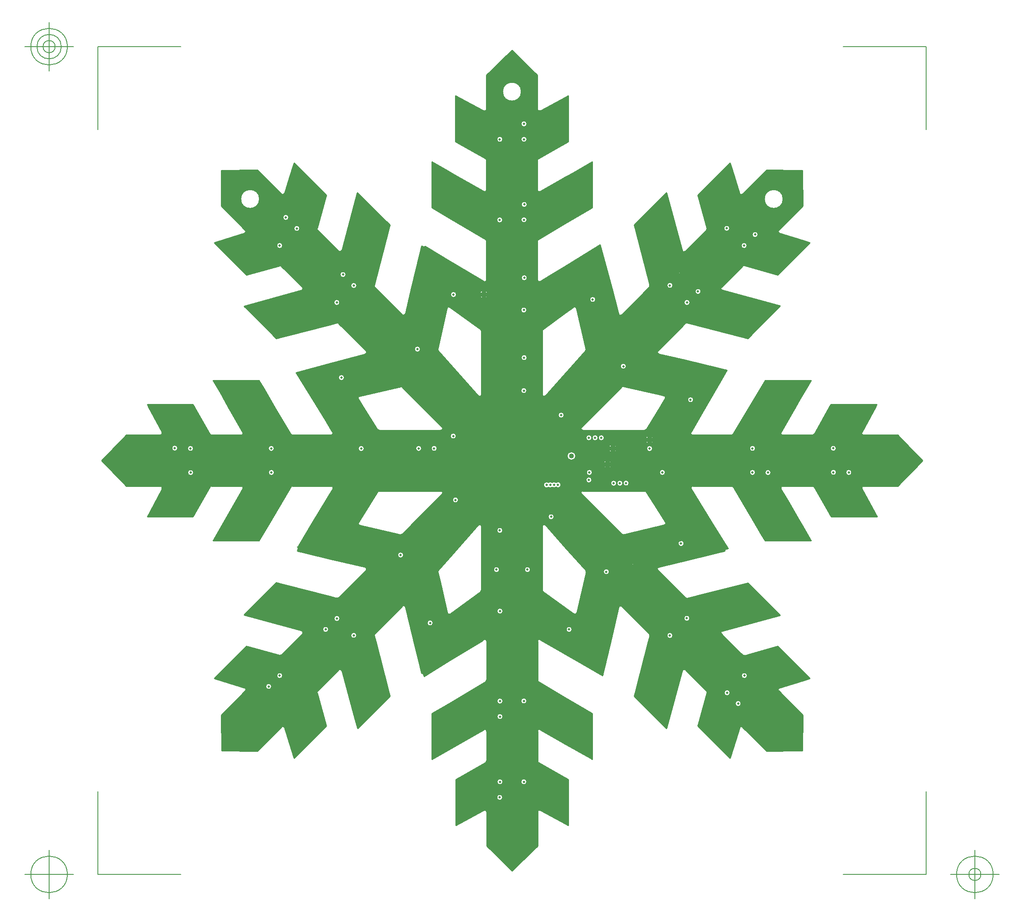
<source format=gbr>
G04 Generated by Ultiboard 14.1 *
%FSLAX24Y24*%
%MOIN*%

%ADD10C,0.0001*%
%ADD11C,0.0100*%
%ADD12C,0.0050*%
%ADD13C,0.0200*%
%ADD14C,0.0400*%


G04 ColorRGB 00FFFF for the following layer *
%LNCopper Inner 1*%
%LPD*%
G54D10*
G36*
X31211Y15476D02*
X31211Y15476D01*
X28196Y13684D01*
X28196Y13684D01*
X26863Y12892D01*
X26863Y9207D01*
X27022Y9298D01*
X27022Y9298D01*
X28196Y9972D01*
X28196Y9972D01*
X31059Y11615D01*
G75*
D01*
G02X31136Y11635I75J-130*
G01*
G74*
D01*
G02X31285Y11485I2J150*
G01*
X31285Y11485D01*
X31285Y9062D01*
G75*
D01*
G02X31208Y8931I-151J0*
G01*
X31208Y8931D01*
X28785Y7577D01*
X28785Y3880D01*
X31064Y5088D01*
G74*
D01*
G02X31074Y5093I70J133*
G01*
G75*
D01*
G02X31285Y4955I60J-138*
G01*
X31285Y4955D01*
X31285Y2187D01*
X33335Y209D01*
X35385Y2187D01*
X35385Y4954D01*
G75*
D01*
G02X35397Y5013I150J1*
G01*
G75*
D01*
G02X35606Y5088I138J-58*
G01*
X35606Y5088D01*
X37645Y4006D01*
X37645Y4006D01*
X37881Y3880D01*
X37881Y7577D01*
X37645Y7709D01*
X37645Y7709D01*
X35462Y8931D01*
G75*
D01*
G02X35385Y9063I73J131*
G01*
X35385Y9063D01*
X35385Y11484D01*
G75*
D01*
G02X35394Y11537I150J1*
G01*
G75*
D01*
G02X35611Y11615I141J-52*
G01*
X35611Y11615D01*
X37645Y10449D01*
X37645Y10449D01*
X39653Y9298D01*
X39653Y9298D01*
X39809Y9209D01*
X39809Y12889D01*
X37645Y14175D01*
X37645Y14175D01*
X35458Y15473D01*
G75*
D01*
G02X35385Y15603I77J130*
G01*
X35385Y15603D01*
X35385Y18748D01*
G75*
D01*
G02X35435Y18861I150J0*
G01*
G75*
D01*
G02X35611Y18879I100J-113*
G01*
X35611Y18879D01*
X35840Y18747D01*
X35840Y18747D01*
X37645Y17706D01*
X37645Y17706D01*
X39196Y16812D01*
X39196Y16812D01*
X39196Y16812D01*
X40630Y15984D01*
X41291Y18747D01*
X41291Y18747D01*
X41672Y20340D01*
X41672Y20341D01*
X41672Y20341D01*
X41947Y21488D01*
G75*
D01*
G02X42201Y21560I147J-35*
G01*
X42201Y21560D01*
X44419Y19341D01*
G75*
D01*
G02X44458Y19197I-107J-106*
G01*
X44458Y19197D01*
X44343Y18747D01*
X44343Y18747D01*
X43208Y14305D01*
X45813Y11688D01*
X47078Y16361D01*
G75*
D01*
G02X47251Y16470I145J-40*
G01*
G74*
D01*
G02X47330Y16428I28J149*
G01*
X47330Y16428D01*
X48473Y15288D01*
X48473Y15287D01*
X48473Y15287D01*
X49042Y14719D01*
G74*
D01*
G02X49067Y14684I107J107*
G01*
G75*
D01*
G02X49080Y14571I-132J-72*
G01*
X49080Y14571D01*
X48327Y11902D01*
X49690Y10539D01*
X49690Y10538D01*
X49690Y10538D01*
X50931Y9298D01*
X50931Y9298D01*
X50941Y9287D01*
X50945Y9298D01*
X50945Y9298D01*
X51694Y11750D01*
G75*
D01*
G02X51945Y11813I144J-44*
G01*
X51945Y11813D01*
X53902Y9853D01*
X56542Y9904D01*
X56542Y9904D01*
X56756Y9908D01*
X56806Y12759D01*
X56542Y13024D01*
X56542Y13024D01*
X54851Y14719D01*
G75*
D01*
G02X54914Y14970I107J107*
G01*
X54914Y14970D01*
X56542Y15464D01*
X56542Y15464D01*
X57379Y15718D01*
X56700Y16400D01*
X56542Y16557D01*
X56542Y16557D01*
X54765Y18332D01*
X52090Y17582D01*
G75*
D01*
G02X52044Y17576I-40J145*
G01*
G74*
D01*
G02X51943Y17620I6J151*
G01*
X51943Y17620D01*
X50816Y18747D01*
X50816Y18747D01*
X50234Y19329D01*
G75*
D01*
G02X50274Y19571I106J106*
G01*
G74*
D01*
G02X50301Y19581I66J136*
G01*
X50301Y19581D01*
X54966Y20848D01*
X52361Y23451D01*
X48360Y22437D01*
X47464Y22206D01*
G75*
D01*
G02X47320Y22245I-37J146*
G01*
X47320Y22245D01*
X47093Y22472D01*
X47093Y22472D01*
X45094Y24472D01*
G75*
D01*
G02X45165Y24725I106J106*
G01*
X45165Y24725D01*
X47093Y25200D01*
X47093Y25200D01*
X50514Y26044D01*
G75*
D01*
G02X50626Y26191I151J1*
G01*
X50626Y26191D01*
X50757Y26226D01*
X49545Y28196D01*
X49545Y28196D01*
X47792Y31045D01*
G75*
D01*
G02X47921Y31274I129J79*
G01*
X47921Y31274D01*
X51061Y31274D01*
G74*
D01*
G02X51191Y31200I0J150*
G01*
X51191Y31200D01*
X52976Y28196D01*
X52976Y28196D01*
X53479Y27350D01*
X53479Y27350D01*
X53479Y27350D01*
X53770Y26857D01*
X57457Y26857D01*
X56689Y28196D01*
X56689Y28196D01*
X56542Y28452D01*
X56542Y28452D01*
X55594Y30104D01*
X55049Y31048D01*
G75*
D01*
G02X55179Y31274I130J76*
G01*
X55179Y31274D01*
X57601Y31274D01*
G74*
D01*
G02X57733Y31197I0J150*
G01*
X57733Y31197D01*
X59087Y28785D01*
X62786Y28785D01*
X61967Y30319D01*
X61967Y30319D01*
X61967Y30319D01*
X61576Y31053D01*
G75*
D01*
G02X61709Y31274I133J71*
G01*
X61709Y31274D01*
X64479Y31274D01*
X65991Y32841D01*
X65991Y32841D01*
X66459Y33326D01*
X65991Y33811D01*
X65991Y33811D01*
X64474Y35387D01*
X61704Y35387D01*
G75*
D01*
G02X61642Y35401I0J151*
G01*
G75*
D01*
G02X61571Y35609I62J137*
G01*
X61571Y35609D01*
X62656Y37645D01*
X62656Y37645D01*
X62781Y37879D01*
X59080Y37879D01*
X58948Y37645D01*
X58948Y37645D01*
X57728Y35465D01*
G74*
D01*
G02X57611Y35388I132J73*
G01*
G75*
D01*
G02X57596Y35387I-15J150*
G01*
X57596Y35387D01*
X55174Y35387D01*
G75*
D01*
G02X55149Y35389I0J151*
G01*
G75*
D01*
G02X55043Y35613I25J149*
G01*
X55043Y35613D01*
X56210Y37645D01*
X56210Y37645D01*
X56542Y38223D01*
X56542Y38223D01*
X57452Y39806D01*
X53765Y39806D01*
X52480Y37645D01*
X52480Y37645D01*
X51183Y35461D01*
G74*
D01*
G02X51108Y35397I130J77*
G01*
G75*
D01*
G02X51053Y35387I-55J141*
G01*
X51053Y35387D01*
X47905Y35387D01*
G75*
D01*
G02X47832Y35406I0J151*
G01*
G75*
D01*
G02X47775Y35613I73J132*
G01*
X47775Y35613D01*
X48947Y37645D01*
X48947Y37645D01*
X50369Y40110D01*
X50369Y40110D01*
X50369Y40110D01*
X50670Y40630D01*
X47093Y41486D01*
X47093Y41486D01*
X45168Y41947D01*
G75*
D01*
G02X45096Y42200I35J147*
G01*
X45096Y42200D01*
X46944Y44051D01*
X46944Y44051D01*
X46944Y44051D01*
X47095Y44201D01*
X47315Y44422D01*
G75*
D01*
G02X47459Y44461I107J-107*
G01*
X47459Y44461D01*
X52356Y43213D01*
X54961Y45818D01*
X50296Y47088D01*
G75*
D01*
G02X50229Y47341I39J146*
G01*
X50229Y47341D01*
X51938Y49047D01*
G74*
D01*
G02X52011Y49087I106J107*
G01*
G75*
D01*
G02X52085Y49085I33J-147*
G01*
X52085Y49085D01*
X54760Y48334D01*
X56542Y50116D01*
X56542Y50116D01*
X57374Y50946D01*
X56542Y51200D01*
X56542Y51200D01*
X54909Y51697D01*
G75*
D01*
G02X54846Y51948I44J144*
G01*
X54846Y51948D01*
X56542Y53645D01*
X56542Y53645D01*
X56801Y53905D01*
X56754Y56542D01*
X56754Y56542D01*
X56751Y56758D01*
X56542Y56762D01*
X56542Y56762D01*
X53897Y56809D01*
X53631Y56542D01*
X53631Y56542D01*
X51940Y54849D01*
G75*
D01*
G02X51689Y54911I-107J106*
G01*
X51689Y54911D01*
X51191Y56542D01*
X51191Y56542D01*
X50936Y57374D01*
X50103Y56542D01*
X50103Y56542D01*
X48322Y54762D01*
X49075Y52093D01*
G75*
D01*
G02X49036Y51945I-145J-41*
G01*
X49036Y51945D01*
X47325Y50234D01*
G75*
D01*
G02X47073Y50301I-107J106*
G01*
X47073Y50301D01*
X45808Y54971D01*
X43203Y52367D01*
X44453Y47470D01*
G75*
D01*
G02X44456Y47407I-146J-38*
G01*
G74*
D01*
G02X44414Y47325I149J25*
G01*
X44414Y47325D01*
X44182Y47093D01*
X44182Y47093D01*
X42187Y45096D01*
G75*
D01*
G02X41935Y45164I-106J107*
G01*
X41935Y45164D01*
X41419Y47093D01*
X41419Y47093D01*
X40438Y50758D01*
X37645Y49046D01*
X37645Y49046D01*
X36641Y48431D01*
X36641Y48431D01*
X36641Y48431D01*
X35609Y47800D01*
G74*
D01*
G02X35588Y47790I79J129*
G01*
G75*
D01*
G02X35379Y47929I-58J139*
G01*
X35379Y47929D01*
X35379Y51066D01*
G75*
D01*
G02X35453Y51196I151J0*
G01*
X35453Y51196D01*
X37645Y52496D01*
X37645Y52496D01*
X39804Y53777D01*
X39804Y57462D01*
X38198Y56542D01*
X38198Y56542D01*
X37645Y56225D01*
X37645Y56225D01*
X35605Y55056D01*
G74*
D01*
G02X35588Y55048I75J131*
G01*
G75*
D01*
G02X35379Y55188I-58J139*
G01*
X35379Y55188D01*
X35379Y57606D01*
G75*
D01*
G02X35456Y57738I151J1*
G01*
X35456Y57738D01*
X37645Y58963D01*
X37645Y58963D01*
X37876Y59093D01*
X37876Y62787D01*
X37645Y62664D01*
X37645Y62664D01*
X35601Y61579D01*
G74*
D01*
G02X35586Y61572I71J133*
G01*
G75*
D01*
G02X35379Y61712I-56J140*
G01*
X35379Y61712D01*
X35379Y64482D01*
X33813Y65991D01*
X33813Y65991D01*
X33330Y66457D01*
X32846Y65991D01*
X32846Y65991D01*
X31279Y64482D01*
X31279Y61712D01*
G75*
D01*
G02X31136Y61561I-150J0*
G01*
G75*
D01*
G02X31058Y61579I-7J151*
G01*
X31058Y61579D01*
X28780Y62787D01*
X28780Y59093D01*
X31202Y57738D01*
G74*
D01*
G02X31279Y57607I73J131*
G01*
X31279Y57607D01*
X31279Y55187D01*
G75*
D01*
G02X31136Y55037I-150J0*
G01*
G75*
D01*
G02X31054Y55056I-7J150*
G01*
X31054Y55056D01*
X28462Y56542D01*
X28462Y56542D01*
X28459Y56544D01*
X28196Y56695D01*
X28196Y56695D01*
X26857Y57462D01*
X26857Y53777D01*
X28196Y52983D01*
X28196Y52983D01*
X29893Y51976D01*
X31208Y51196D01*
G74*
D01*
G02X31282Y51066I77J130*
G01*
X31282Y51066D01*
X31282Y47916D01*
G75*
D01*
G02X31113Y47766I-151J0*
G01*
G74*
D01*
G02X31053Y47787I18J150*
G01*
X31053Y47787D01*
X28196Y49516D01*
X28196Y49516D01*
X26342Y50637D01*
G75*
D01*
G02X26164Y50604I-111J102*
G01*
G74*
D01*
G02X26154Y50610I67J135*
G01*
X26154Y50610D01*
X26039Y50678D01*
X25181Y47093D01*
X25181Y47093D01*
X24725Y45189D01*
G75*
D01*
G02X24537Y45065I-149J21*
G01*
G74*
D01*
G02X24469Y45104I39J145*
G01*
X24469Y45104D01*
X22480Y47093D01*
X22480Y47093D01*
X22245Y47328D01*
G75*
D01*
G02X22206Y47472I107J107*
G01*
X22206Y47472D01*
X23456Y52369D01*
X20849Y54974D01*
X19586Y50304D01*
G75*
D01*
G02X19334Y50237I-145J39*
G01*
X19334Y50237D01*
X18747Y50824D01*
X17623Y51948D01*
G75*
D01*
G02X17584Y52096I106J107*
G01*
X17584Y52096D01*
X18332Y54765D01*
X17445Y55654D01*
X17445Y55654D01*
X17445Y55654D01*
X16557Y56542D01*
X16557Y56542D01*
X15722Y57377D01*
X15466Y56542D01*
X15466Y56542D01*
X15402Y56337D01*
X14970Y54912D01*
G75*
D01*
G02X14719Y54849I-144J43*
G01*
X14719Y54849D01*
X13021Y56542D01*
X13021Y56542D01*
X12754Y56809D01*
X9879Y56753D01*
X9878Y56542D01*
X9878Y56542D01*
X9867Y54584D01*
X9867Y54582D01*
X9867Y54582D01*
X9856Y53902D01*
X11813Y51945D01*
G75*
D01*
G02X11750Y51694I-107J-107*
G01*
X11750Y51694D01*
X9298Y50947D01*
X9298Y50947D01*
X9288Y50944D01*
X9298Y50933D01*
X9298Y50933D01*
X11900Y48332D01*
X14569Y49083D01*
G75*
D01*
G02X14716Y49044I41J-145*
G01*
X14716Y49044D01*
X16428Y47338D01*
G75*
D01*
G02X16361Y47086I-107J-107*
G01*
X16361Y47086D01*
X11693Y45815D01*
X12219Y45289D01*
G74*
D01*
G02X12220Y45288I106J107*
G01*
X12220Y45288D01*
X14300Y43208D01*
X18747Y44340D01*
X18747Y44340D01*
X19200Y44456D01*
G75*
D01*
G02X19344Y44416I37J-146*
G01*
X19344Y44416D01*
X21125Y42640D01*
X21126Y42640D01*
X21126Y42640D01*
X21568Y42192D01*
G75*
D01*
G02X21539Y41957I-107J-106*
G01*
G74*
D01*
G02X21500Y41940I78J129*
G01*
X21500Y41940D01*
X18747Y41201D01*
X18747Y41201D01*
X15904Y40438D01*
X17623Y37645D01*
X17623Y37645D01*
X18264Y36603D01*
X18265Y36602D01*
X18265Y36602D01*
X18747Y35812D01*
X18747Y35812D01*
X18866Y35617D01*
G75*
D01*
G02X18843Y35430I-128J-79*
G01*
G75*
D01*
G02X18738Y35387I-105J108*
G01*
X18738Y35387D01*
X15603Y35387D01*
G75*
D01*
G02X15568Y35391I0J151*
G01*
G74*
D01*
G02X15473Y35461I35J147*
G01*
X15473Y35461D01*
X14179Y37645D01*
X14179Y37645D01*
X13319Y39095D01*
X12895Y39809D01*
X9207Y39809D01*
X9298Y39651D01*
X9298Y39651D01*
X9788Y38797D01*
X9788Y38797D01*
X9788Y38797D01*
X10448Y37645D01*
X10448Y37645D01*
X11610Y35616D01*
G75*
D01*
G02X11534Y35400I-130J-76*
G01*
G75*
D01*
G02X11479Y35390I-54J140*
G01*
X11479Y35390D01*
X9066Y35390D01*
G75*
D01*
G02X8934Y35467I-1J150*
G01*
X8934Y35467D01*
X7710Y37645D01*
X7710Y37645D01*
X7577Y37881D01*
X3885Y37881D01*
X4011Y37645D01*
X4011Y37645D01*
X5088Y35611D01*
G75*
D01*
G02X5090Y35474I-133J-71*
G01*
G75*
D01*
G02X4955Y35390I-135J66*
G01*
X4955Y35390D01*
X2185Y35390D01*
X209Y33337D01*
X2185Y31279D01*
X4955Y31279D01*
G75*
D01*
G02X5088Y31058I0J-150*
G01*
X5088Y31058D01*
X3885Y28791D01*
X7577Y28791D01*
X8934Y31203D01*
G75*
D01*
G02X9066Y31279I131J-74*
G01*
X9066Y31279D01*
X11480Y31279D01*
G75*
D01*
G02X11610Y31053I0J-150*
G01*
X11610Y31053D01*
X9972Y28196D01*
X9972Y28196D01*
X9298Y27021D01*
X9298Y27021D01*
X9207Y26863D01*
X12895Y26863D01*
X13686Y28196D01*
X13686Y28196D01*
X15473Y31206D01*
G75*
D01*
G02X15603Y31279I130J-77*
G01*
X15603Y31279D01*
X18751Y31279D01*
G75*
D01*
G02X18880Y31050I0J-150*
G01*
X18880Y31050D01*
X18747Y30832D01*
X18747Y30832D01*
X17147Y28196D01*
X17147Y28196D01*
X16023Y26345D01*
G75*
D01*
G02X16055Y26155I-98J-115*
G01*
X16055Y26155D01*
X15989Y26042D01*
X18747Y25380D01*
X18747Y25380D01*
X21488Y24722D01*
G75*
D01*
G02X21560Y24469I-35J-146*
G01*
X21560Y24469D01*
X19344Y22248D01*
G75*
D01*
G02X19200Y22208I-107J106*
G01*
X19200Y22208D01*
X18747Y22324D01*
X18747Y22324D01*
X14300Y23456D01*
X11696Y20854D01*
X16363Y19586D01*
G75*
D01*
G02X16430Y19334I-39J-145*
G01*
X16430Y19334D01*
X15842Y18747D01*
X15842Y18747D01*
X14719Y17625D01*
G75*
D01*
G02X14571Y17587I-107J107*
G01*
X14571Y17587D01*
X11902Y18337D01*
X9298Y15731D01*
X9298Y15731D01*
X9290Y15723D01*
X9298Y15721D01*
X9298Y15721D01*
X11752Y14975D01*
G74*
D01*
G02X11804Y14948I43J144*
G01*
G75*
D01*
G02X11815Y14724I-95J-117*
G01*
X11815Y14724D01*
X9858Y12765D01*
X9909Y9911D01*
X12757Y9858D01*
X14722Y11818D01*
G75*
D01*
G02X14969Y11766I106J-107*
G01*
G74*
D01*
G02X14972Y11755I141J55*
G01*
X14972Y11755D01*
X15724Y9298D01*
X15724Y9298D01*
X15725Y9293D01*
X15730Y9298D01*
X15730Y9298D01*
X16971Y10543D01*
X16971Y10544D01*
X16971Y10544D01*
X18335Y11907D01*
X17587Y14576D01*
G75*
D01*
G02X17625Y14724I145J41*
G01*
X17625Y14724D01*
X18747Y15844D01*
X18747Y15844D01*
X19337Y16433D01*
G75*
D01*
G02X19589Y16365I106J-107*
G01*
X19589Y16365D01*
X20657Y12415D01*
X20657Y12415D01*
X20657Y12415D01*
X20852Y11696D01*
X23459Y14313D01*
X22326Y18747D01*
X22326Y18747D01*
X22209Y19205D01*
G75*
D01*
G02X22248Y19349I146J38*
G01*
X22248Y19349D01*
X24474Y21578D01*
G75*
D01*
G02X24727Y21508I107J-106*
G01*
X24727Y21508D01*
X25407Y18747D01*
X25407Y18747D01*
X26044Y16158D01*
G74*
D01*
G02X26188Y16048I1J151*
G01*
X26188Y16048D01*
X26226Y15915D01*
X28196Y17121D01*
X28196Y17121D01*
X30851Y18747D01*
X30851Y18747D01*
X31037Y18861D01*
G75*
D01*
G02X31192Y18885I97J-115*
G01*
G74*
D01*
G02X31285Y18746I58J139*
G01*
X31285Y18746D01*
X31285Y15605D01*
G75*
D01*
G02X31211Y15476I-151J0*
G01*
D02*
G37*
%LPC*%
G36*
X18747Y28562D02*
G75*
D01*
G02X18747Y28562I63J-242*
G01*
D02*
G37*
G36*
X28116Y18679D02*
G74*
D01*
G02X28261Y18824I234J89*
G01*
X28261Y18824D01*
X28261Y18679D01*
X28116Y18679D01*
D02*
G37*
G36*
X28116Y18501D02*
X28116Y18501D01*
X28261Y18501D01*
X28261Y18356D01*
G74*
D01*
G02X28116Y18501I89J234*
G01*
D02*
G37*
G36*
X28439Y18824D02*
G74*
D01*
G02X28584Y18679I89J234*
G01*
X28584Y18679D01*
X28439Y18679D01*
X28439Y18824D01*
D02*
G37*
G36*
X39875Y18787D02*
X39875Y18787D01*
X40020Y18787D01*
X40020Y18642D01*
G74*
D01*
G02X39875Y18787I89J233*
G01*
D02*
G37*
G36*
X40343Y18787D02*
G74*
D01*
G02X40197Y18642I234J88*
G01*
X40197Y18642D01*
X40197Y18787D01*
X40343Y18787D01*
D02*
G37*
G36*
X47093Y26407D02*
G75*
D01*
G02X47093Y26407I-113J223*
G01*
D02*
G37*
G36*
X18224Y47220D02*
X18224Y47220D01*
X18224Y47075D01*
X18078Y47075D01*
G74*
D01*
G02X18224Y47220I234J89*
G01*
D02*
G37*
G36*
X18401Y47220D02*
G74*
D01*
G02X18546Y47075I89J234*
G01*
X18546Y47075D01*
X18401Y47075D01*
X18401Y47220D01*
D02*
G37*
G36*
X47093Y18533D02*
G75*
D01*
G02X47093Y18533I-113J-223*
G01*
D02*
G37*
G36*
X48122Y47093D02*
G75*
D01*
G02X48122Y47093I228J-103*
G01*
D02*
G37*
G36*
X47210Y48446D02*
X47210Y48446D01*
X47065Y48446D01*
X47065Y48592D01*
G74*
D01*
G02X47210Y48446I89J234*
G01*
D02*
G37*
G36*
X47210Y48269D02*
G74*
D01*
G02X47065Y48124I234J89*
G01*
X47065Y48124D01*
X47065Y48269D01*
X47210Y48269D01*
D02*
G37*
G36*
X30056Y37645D02*
G75*
D01*
G02X30056Y37645I84J235*
G01*
D02*
G37*
G36*
X38301Y45734D02*
G75*
D01*
G02X38534Y45658I89J-122*
G01*
G74*
D01*
G02X38537Y45646I144J46*
G01*
X38537Y45646D01*
X39309Y42323D01*
G75*
D01*
G02X39274Y42189I-147J-34*
G01*
X39274Y42189D01*
X37645Y40364D01*
X37645Y40364D01*
X36033Y38560D01*
G74*
D01*
G02X35985Y38524I113J100*
G01*
G75*
D01*
G02X35769Y38660I-65J136*
G01*
X35769Y38660D01*
X35769Y43800D01*
G75*
D01*
G02X35831Y43922I151J0*
G01*
X35831Y43922D01*
X37645Y45252D01*
X37645Y45252D01*
X38301Y45734D01*
D02*
G37*
G36*
X27361Y42197D02*
X27360Y42198D01*
G75*
D01*
G02X27327Y42331I114J99*
G01*
X27327Y42331D01*
X28076Y45630D01*
G75*
D01*
G02X28311Y45719I147J-33*
G01*
X28311Y45719D01*
X30808Y43922D01*
G74*
D01*
G02X30852Y43873I88J122*
G01*
G75*
D01*
G02X30871Y43800I-132J-73*
G01*
X30871Y43800D01*
X30871Y38655D01*
G75*
D01*
G02X30607Y38555I-151J0*
G01*
X30607Y38555D01*
X28196Y41261D01*
X28196Y41261D01*
X27361Y42197D01*
D02*
G37*
G36*
X44178Y35851D02*
G75*
D01*
G02X44050Y35779I-128J79*
G01*
X44050Y35779D01*
X39040Y35779D01*
G75*
D01*
G02X38972Y35795I0J151*
G01*
G75*
D01*
G02X38933Y36037I68J135*
G01*
X38933Y36037D01*
X40540Y37645D01*
X40540Y37645D01*
X42178Y39284D01*
G75*
D01*
G02X42317Y39325I106J-106*
G01*
X42317Y39325D01*
X45275Y38658D01*
X45622Y38580D01*
G75*
D01*
G02X45717Y38354I-33J-147*
G01*
X45717Y38354D01*
X45281Y37645D01*
X45281Y37645D01*
X44178Y35851D01*
D02*
G37*
G36*
X45738Y28196D02*
X45738Y28196D01*
X45738Y28196D01*
G74*
D01*
G02X45638Y28120I133J71*
G01*
X45638Y28120D01*
X42313Y27348D01*
G75*
D01*
G02X42172Y27388I-34J147*
G01*
X42172Y27388D01*
X41366Y28196D01*
X41366Y28196D01*
X39751Y29812D01*
X38934Y30623D01*
G75*
D01*
G02X38889Y30737I106J107*
G01*
G75*
D01*
G02X39040Y30881I151J-7*
G01*
X39040Y30881D01*
X44050Y30881D01*
G74*
D01*
G02X44178Y30810I0J151*
G01*
X44178Y30810D01*
X44996Y29513D01*
X44996Y29513D01*
X44996Y29513D01*
X45732Y28347D01*
G74*
D01*
G02X45755Y28268I127J80*
G01*
G75*
D01*
G02X45738Y28196I-150J-1*
G01*
D02*
G37*
G36*
X35832Y22737D02*
G75*
D01*
G02X35769Y22860I88J123*
G01*
X35769Y22860D01*
X35769Y28020D01*
G75*
D01*
G02X35783Y28084I151J0*
G01*
G75*
D01*
G02X36033Y28120I137J-64*
G01*
X36033Y28120D01*
X37645Y26311D01*
X37645Y26311D01*
X39285Y24470D01*
G75*
D01*
G02X39319Y24336I-113J-100*
G01*
X39319Y24336D01*
X38570Y21034D01*
G75*
D01*
G02X38335Y20945I-147J33*
G01*
X38335Y20945D01*
X37645Y21440D01*
X37645Y21440D01*
X35832Y22737D01*
D02*
G37*
G36*
X28107Y21023D02*
X28107Y21023D01*
X27554Y23399D01*
X27553Y23399D01*
X27553Y23399D01*
X27335Y24346D01*
G75*
D01*
G02X27369Y24480I147J34*
G01*
X27369Y24480D01*
X28196Y25409D01*
X28196Y25409D01*
X30607Y28120D01*
G75*
D01*
G02X30735Y28170I113J-100*
G01*
G74*
D01*
G02X30871Y28020I15J150*
G01*
X30871Y28020D01*
X30871Y22860D01*
G75*
D01*
G02X30809Y22738I-151J0*
G01*
X30809Y22738D01*
X28343Y20935D01*
G75*
D01*
G02X28107Y21023I-89J122*
G01*
D02*
G37*
G36*
X27706Y36037D02*
G74*
D01*
G02X27751Y35935I106J107*
G01*
G75*
D01*
G02X27599Y35779I-151J-5*
G01*
X27599Y35779D01*
X22610Y35779D01*
G75*
D01*
G02X22484Y35847I0J151*
G01*
X22483Y35849D01*
X22483Y35849D01*
X21344Y37645D01*
X21344Y37645D01*
X21035Y38131D01*
X21035Y38132D01*
X21035Y38132D01*
X20917Y38320D01*
G75*
D01*
G02X21010Y38547I127J80*
G01*
X21010Y38547D01*
X24330Y39316D01*
G75*
D01*
G02X24471Y39276I35J-146*
G01*
X24471Y39276D01*
X26101Y37645D01*
X26101Y37645D01*
X27706Y36037D01*
D02*
G37*
G36*
X24464Y27380D02*
G75*
D01*
G02X24323Y27340I-107J107*
G01*
X24323Y27340D01*
X21026Y28091D01*
G75*
D01*
G02X20932Y28318I34J147*
G01*
X20932Y28318D01*
X22481Y30809D01*
G75*
D01*
G02X22610Y30881I129J-79*
G01*
X22610Y30881D01*
X27592Y30880D01*
G75*
D01*
G02X27751Y30730I8J-150*
G01*
G75*
D01*
G02X27702Y30618I-151J0*
G01*
X27702Y30618D01*
X25279Y28196D01*
X25279Y28196D01*
X24464Y27380D01*
D02*
G37*
G36*
X28300Y18590D02*
G75*
D01*
G02X28300Y18590I50J0*
G01*
D02*
G37*
G36*
X28584Y18501D02*
G74*
D01*
G02X28439Y18356I234J89*
G01*
X28439Y18356D01*
X28439Y18501D01*
X28584Y18501D01*
D02*
G37*
G36*
X18654Y25991D02*
G74*
D01*
G02X18509Y25846I234J89*
G01*
X18509Y25846D01*
X18509Y25991D01*
X18654Y25991D01*
D02*
G37*
G36*
X18331Y25846D02*
G74*
D01*
G02X18186Y25991I89J234*
G01*
X18186Y25991D01*
X18331Y25991D01*
X18331Y25846D01*
D02*
G37*
G36*
X18186Y26169D02*
G74*
D01*
G02X18331Y26314I234J89*
G01*
X18331Y26314D01*
X18331Y26169D01*
X18186Y26169D01*
D02*
G37*
G36*
X18509Y26314D02*
G74*
D01*
G02X18654Y26169I89J234*
G01*
X18654Y26169D01*
X18509Y26169D01*
X18509Y26314D01*
D02*
G37*
G36*
X18370Y26080D02*
G75*
D01*
G02X18370Y26080I50J0*
G01*
D02*
G37*
G36*
X17894Y38641D02*
G74*
D01*
G02X17749Y38496I234J89*
G01*
X17749Y38496D01*
X17749Y38641D01*
X17894Y38641D01*
D02*
G37*
G36*
X17571Y38496D02*
G74*
D01*
G02X17426Y38641I89J234*
G01*
X17426Y38641D01*
X17571Y38641D01*
X17571Y38496D01*
D02*
G37*
G36*
X17426Y38819D02*
G74*
D01*
G02X17571Y38964I234J89*
G01*
X17571Y38964D01*
X17571Y38819D01*
X17426Y38819D01*
D02*
G37*
G36*
X17749Y38964D02*
G74*
D01*
G02X17894Y38819I89J234*
G01*
X17894Y38819D01*
X17749Y38819D01*
X17749Y38964D01*
D02*
G37*
G36*
X17610Y38730D02*
G75*
D01*
G02X17610Y38730I50J0*
G01*
D02*
G37*
G36*
X26236Y47669D02*
G74*
D01*
G02X26381Y47814I234J89*
G01*
X26381Y47814D01*
X26381Y47669D01*
X26236Y47669D01*
D02*
G37*
G36*
X26559Y47814D02*
G74*
D01*
G02X26704Y47669I89J234*
G01*
X26704Y47669D01*
X26559Y47669D01*
X26559Y47814D01*
D02*
G37*
G36*
X26704Y47491D02*
G74*
D01*
G02X26559Y47346I234J89*
G01*
X26559Y47346D01*
X26559Y47491D01*
X26704Y47491D01*
D02*
G37*
G36*
X26381Y47346D02*
G74*
D01*
G02X26236Y47491I89J234*
G01*
X26236Y47491D01*
X26381Y47491D01*
X26381Y47346D01*
D02*
G37*
G36*
X26420Y47580D02*
G75*
D01*
G02X26420Y47580I50J0*
G01*
D02*
G37*
G36*
X48850Y27920D02*
G75*
D01*
G02X48850Y27920I50J0*
G01*
D02*
G37*
G36*
X48666Y28009D02*
G74*
D01*
G02X48811Y28154I234J89*
G01*
X48811Y28154D01*
X48811Y28009D01*
X48666Y28009D01*
D02*
G37*
G36*
X48811Y27686D02*
G74*
D01*
G02X48666Y27831I89J234*
G01*
X48666Y27831D01*
X48811Y27831D01*
X48811Y27686D01*
D02*
G37*
G36*
X48989Y28154D02*
G74*
D01*
G02X49134Y28009I89J234*
G01*
X49134Y28009D01*
X48989Y28009D01*
X48989Y28154D01*
D02*
G37*
G36*
X49134Y27831D02*
G74*
D01*
G02X48989Y27686I234J89*
G01*
X48989Y27686D01*
X48989Y27831D01*
X49134Y27831D01*
D02*
G37*
G36*
X47913Y40606D02*
G74*
D01*
G02X48058Y40751I233J89*
G01*
X48058Y40751D01*
X48058Y40606D01*
X47913Y40606D01*
D02*
G37*
G36*
X48235Y40751D02*
G74*
D01*
G02X48380Y40606I89J234*
G01*
X48380Y40606D01*
X48235Y40606D01*
X48235Y40751D01*
D02*
G37*
G36*
X48096Y40517D02*
G75*
D01*
G02X48096Y40517I50J0*
G01*
D02*
G37*
G36*
X48380Y40428D02*
G74*
D01*
G02X48235Y40283I234J89*
G01*
X48235Y40283D01*
X48235Y40428D01*
X48380Y40428D01*
D02*
G37*
G36*
X48058Y40283D02*
G74*
D01*
G02X47913Y40428I88J234*
G01*
X47913Y40428D01*
X48058Y40428D01*
X48058Y40283D01*
D02*
G37*
G36*
X47500Y38240D02*
G75*
D01*
G02X47500Y38240I250J0*
G01*
D02*
G37*
G36*
X38446Y47884D02*
G74*
D01*
G02X38301Y47739I234J89*
G01*
X38301Y47739D01*
X38301Y47884D01*
X38446Y47884D01*
D02*
G37*
G36*
X38124Y47739D02*
G74*
D01*
G02X37978Y47884I88J234*
G01*
X37978Y47884D01*
X38124Y47884D01*
X38124Y47739D01*
D02*
G37*
G36*
X38162Y47973D02*
G75*
D01*
G02X38162Y47973I50J0*
G01*
D02*
G37*
G36*
X37978Y48062D02*
G74*
D01*
G02X38124Y48207I234J89*
G01*
X38124Y48207D01*
X38124Y48062D01*
X37978Y48062D01*
D02*
G37*
G36*
X38301Y48207D02*
G74*
D01*
G02X38446Y48062I89J234*
G01*
X38446Y48062D01*
X38301Y48062D01*
X38301Y48207D01*
D02*
G37*
G36*
X18262Y46986D02*
G75*
D01*
G02X18262Y46986I50J0*
G01*
D02*
G37*
G36*
X18224Y46752D02*
G74*
D01*
G02X18078Y46897I88J234*
G01*
X18078Y46897D01*
X18224Y46897D01*
X18224Y46752D01*
D02*
G37*
G36*
X18546Y46897D02*
G74*
D01*
G02X18401Y46752I234J89*
G01*
X18401Y46752D01*
X18401Y46897D01*
X18546Y46897D01*
D02*
G37*
G36*
X47210Y46100D02*
G75*
D01*
G02X47210Y46100I250J0*
G01*
D02*
G37*
G36*
X45830Y47480D02*
G75*
D01*
G02X45830Y47480I250J0*
G01*
D02*
G37*
G36*
X46742Y48446D02*
G74*
D01*
G02X46887Y48592I234J88*
G01*
X46887Y48592D01*
X46887Y48446D01*
X46742Y48446D01*
D02*
G37*
G36*
X46887Y48124D02*
G74*
D01*
G02X46742Y48269I89J234*
G01*
X46742Y48269D01*
X46887Y48269D01*
X46887Y48124D01*
D02*
G37*
G36*
X46926Y48358D02*
G75*
D01*
G02X46926Y48358I50J0*
G01*
D02*
G37*
G36*
X18040Y19690D02*
G75*
D01*
G02X18040Y19690I250J0*
G01*
D02*
G37*
G36*
X19595Y18078D02*
G74*
D01*
G02X19450Y18224I89J234*
G01*
X19450Y18224D01*
X19595Y18224D01*
X19595Y18078D01*
D02*
G37*
G36*
X19918Y18224D02*
G74*
D01*
G02X19773Y18078I234J88*
G01*
X19773Y18078D01*
X19773Y18224D01*
X19918Y18224D01*
D02*
G37*
G36*
X19634Y18312D02*
G75*
D01*
G02X19634Y18312I50J0*
G01*
D02*
G37*
G36*
X19450Y18401D02*
G74*
D01*
G02X19595Y18546I234J89*
G01*
X19595Y18546D01*
X19595Y18401D01*
X19450Y18401D01*
D02*
G37*
G36*
X19773Y18546D02*
G74*
D01*
G02X19918Y18401I89J234*
G01*
X19918Y18401D01*
X19773Y18401D01*
X19773Y18546D01*
D02*
G37*
G36*
X48290Y19680D02*
G75*
D01*
G02X48290Y19680I50J0*
G01*
D02*
G37*
G36*
X48574Y19591D02*
G74*
D01*
G02X48429Y19446I234J89*
G01*
X48429Y19446D01*
X48429Y19591D01*
X48574Y19591D01*
D02*
G37*
G36*
X48251Y19446D02*
G74*
D01*
G02X48106Y19591I89J234*
G01*
X48106Y19591D01*
X48251Y19591D01*
X48251Y19446D01*
D02*
G37*
G36*
X47200Y20590D02*
G75*
D01*
G02X47200Y20590I250J0*
G01*
D02*
G37*
G36*
X48106Y19769D02*
G74*
D01*
G02X48251Y19914I234J89*
G01*
X48251Y19914D01*
X48251Y19769D01*
X48106Y19769D01*
D02*
G37*
G36*
X48429Y19914D02*
G74*
D01*
G02X48574Y19769I89J234*
G01*
X48574Y19769D01*
X48429Y19769D01*
X48429Y19914D01*
D02*
G37*
G36*
X20310Y47470D02*
G75*
D01*
G02X20310Y47470I250J0*
G01*
D02*
G37*
G36*
X19440Y48360D02*
G75*
D01*
G02X19440Y48360I250J0*
G01*
D02*
G37*
G36*
X6364Y32281D02*
G74*
D01*
G02X6219Y32136I234J89*
G01*
X6219Y32136D01*
X6219Y32281D01*
X6364Y32281D01*
D02*
G37*
G36*
X6041Y32136D02*
G74*
D01*
G02X5896Y32281I89J234*
G01*
X5896Y32281D01*
X6041Y32281D01*
X6041Y32136D01*
D02*
G37*
G36*
X7140Y32360D02*
G75*
D01*
G02X7140Y32360I250J0*
G01*
D02*
G37*
G36*
X6219Y32604D02*
G74*
D01*
G02X6364Y32459I89J234*
G01*
X6364Y32459D01*
X6219Y32459D01*
X6219Y32604D01*
D02*
G37*
G36*
X5896Y32459D02*
G74*
D01*
G02X6041Y32604I234J89*
G01*
X6041Y32604D01*
X6041Y32459D01*
X5896Y32459D01*
D02*
G37*
G36*
X6080Y32370D02*
G75*
D01*
G02X6080Y32370I50J0*
G01*
D02*
G37*
G36*
X5860Y34330D02*
G75*
D01*
G02X5860Y34330I250J0*
G01*
D02*
G37*
G36*
X7130Y34310D02*
G75*
D01*
G02X7130Y34310I250J0*
G01*
D02*
G37*
G36*
X32090Y6120D02*
G75*
D01*
G02X32090Y6120I250J0*
G01*
D02*
G37*
G36*
X34066Y6219D02*
G74*
D01*
G02X34211Y6364I234J89*
G01*
X34211Y6364D01*
X34211Y6219D01*
X34066Y6219D01*
D02*
G37*
G36*
X34389Y6364D02*
G74*
D01*
G02X34534Y6219I89J234*
G01*
X34534Y6219D01*
X34389Y6219D01*
X34389Y6364D01*
D02*
G37*
G36*
X34534Y6041D02*
G74*
D01*
G02X34389Y5896I234J89*
G01*
X34389Y5896D01*
X34389Y6041D01*
X34534Y6041D01*
D02*
G37*
G36*
X34211Y5896D02*
G74*
D01*
G02X34066Y6041I89J234*
G01*
X34066Y6041D01*
X34211Y6041D01*
X34211Y5896D01*
D02*
G37*
G36*
X34250Y6130D02*
G75*
D01*
G02X34250Y6130I50J0*
G01*
D02*
G37*
G36*
X32110Y7380D02*
G75*
D01*
G02X32110Y7380I250J0*
G01*
D02*
G37*
G36*
X34040Y7380D02*
G75*
D01*
G02X34040Y7380I250J0*
G01*
D02*
G37*
G36*
X59030Y32380D02*
G75*
D01*
G02X59030Y32380I250J0*
G01*
D02*
G37*
G36*
X60270Y32370D02*
G75*
D01*
G02X60270Y32370I250J0*
G01*
D02*
G37*
G36*
X59020Y34320D02*
G75*
D01*
G02X59020Y34320I250J0*
G01*
D02*
G37*
G36*
X60619Y34544D02*
G74*
D01*
G02X60764Y34399I89J234*
G01*
X60764Y34399D01*
X60619Y34399D01*
X60619Y34544D01*
D02*
G37*
G36*
X60764Y34221D02*
G74*
D01*
G02X60619Y34076I234J89*
G01*
X60619Y34076D01*
X60619Y34221D01*
X60764Y34221D01*
D02*
G37*
G36*
X60296Y34399D02*
G74*
D01*
G02X60441Y34544I234J89*
G01*
X60441Y34544D01*
X60441Y34399D01*
X60296Y34399D01*
D02*
G37*
G36*
X60441Y34076D02*
G74*
D01*
G02X60296Y34221I89J234*
G01*
X60296Y34221D01*
X60441Y34221D01*
X60441Y34076D01*
D02*
G37*
G36*
X60480Y34310D02*
G75*
D01*
G02X60480Y34310I50J0*
G01*
D02*
G37*
G36*
X32100Y59280D02*
G75*
D01*
G02X32100Y59280I250J0*
G01*
D02*
G37*
G36*
X34050Y59280D02*
G75*
D01*
G02X34050Y59280I250J0*
G01*
D02*
G37*
G36*
X32126Y60619D02*
G74*
D01*
G02X32271Y60764I234J89*
G01*
X32271Y60764D01*
X32271Y60619D01*
X32126Y60619D01*
D02*
G37*
G36*
X32271Y60296D02*
G74*
D01*
G02X32126Y60441I89J234*
G01*
X32126Y60441D01*
X32271Y60441D01*
X32271Y60296D01*
D02*
G37*
G36*
X32449Y60764D02*
G74*
D01*
G02X32594Y60619I89J234*
G01*
X32594Y60619D01*
X32449Y60619D01*
X32449Y60764D01*
D02*
G37*
G36*
X32594Y60441D02*
G74*
D01*
G02X32449Y60296I234J89*
G01*
X32449Y60296D01*
X32449Y60441D01*
X32594Y60441D01*
D02*
G37*
G36*
X32310Y60530D02*
G75*
D01*
G02X32310Y60530I50J0*
G01*
D02*
G37*
G36*
X34050Y60530D02*
G75*
D01*
G02X34050Y60530I250J0*
G01*
D02*
G37*
G36*
X32560Y63130D02*
G75*
D01*
G02X32560Y63130I770J0*
G01*
D02*
G37*
G36*
X51820Y50700D02*
G75*
D01*
G02X51820Y50700I250J0*
G01*
D02*
G37*
G36*
X50420Y52090D02*
G75*
D01*
G02X50420Y52090I250J0*
G01*
D02*
G37*
G36*
X52710Y51590D02*
G75*
D01*
G02X52710Y51590I250J0*
G01*
D02*
G37*
G36*
X51820Y52879D02*
G74*
D01*
G02X51675Y52734I234J89*
G01*
X51675Y52734D01*
X51675Y52879D01*
X51820Y52879D01*
D02*
G37*
G36*
X51497Y52734D02*
G74*
D01*
G02X51352Y52879I89J234*
G01*
X51352Y52879D01*
X51497Y52879D01*
X51497Y52734D01*
D02*
G37*
G36*
X51352Y53056D02*
G74*
D01*
G02X51497Y53202I234J88*
G01*
X51497Y53202D01*
X51497Y53056D01*
X51352Y53056D01*
D02*
G37*
G36*
X51675Y53202D02*
G74*
D01*
G02X51820Y53056I89J234*
G01*
X51820Y53056D01*
X51675Y53056D01*
X51675Y53202D01*
D02*
G37*
G36*
X51536Y52968D02*
G75*
D01*
G02X51536Y52968I50J0*
G01*
D02*
G37*
G36*
X53690Y54460D02*
G75*
D01*
G02X53690Y54460I770J0*
G01*
D02*
G37*
G36*
X34070Y48096D02*
G75*
D01*
G02X34070Y48096I250J0*
G01*
D02*
G37*
G36*
X32090Y52770D02*
G75*
D01*
G02X32090Y52770I250J0*
G01*
D02*
G37*
G36*
X34050Y52780D02*
G75*
D01*
G02X34050Y52780I250J0*
G01*
D02*
G37*
G36*
X32126Y54109D02*
G74*
D01*
G02X32271Y54254I234J89*
G01*
X32271Y54254D01*
X32271Y54109D01*
X32126Y54109D01*
D02*
G37*
G36*
X32271Y53786D02*
G74*
D01*
G02X32126Y53931I89J234*
G01*
X32126Y53931D01*
X32271Y53931D01*
X32271Y53786D01*
D02*
G37*
G36*
X32449Y54254D02*
G74*
D01*
G02X32594Y54109I89J234*
G01*
X32594Y54109D01*
X32449Y54109D01*
X32449Y54254D01*
D02*
G37*
G36*
X32594Y53931D02*
G74*
D01*
G02X32449Y53786I234J89*
G01*
X32449Y53786D01*
X32449Y53931D01*
X32594Y53931D01*
D02*
G37*
G36*
X32310Y54020D02*
G75*
D01*
G02X32310Y54020I50J0*
G01*
D02*
G37*
G36*
X34070Y54020D02*
G75*
D01*
G02X34070Y54020I250J0*
G01*
D02*
G37*
G36*
X14330Y50700D02*
G75*
D01*
G02X14330Y50700I250J0*
G01*
D02*
G37*
G36*
X13468Y51685D02*
G74*
D01*
G02X13614Y51830I234J89*
G01*
X13614Y51830D01*
X13614Y51685D01*
X13468Y51685D01*
D02*
G37*
G36*
X13791Y51830D02*
G74*
D01*
G02X13936Y51685I89J234*
G01*
X13936Y51685D01*
X13791Y51685D01*
X13791Y51830D01*
D02*
G37*
G36*
X13936Y51507D02*
G74*
D01*
G02X13791Y51362I234J89*
G01*
X13791Y51362D01*
X13791Y51507D01*
X13936Y51507D01*
D02*
G37*
G36*
X13614Y51362D02*
G74*
D01*
G02X13468Y51507I88J234*
G01*
X13468Y51507D01*
X13614Y51507D01*
X13614Y51362D01*
D02*
G37*
G36*
X13652Y51596D02*
G75*
D01*
G02X13652Y51596I50J0*
G01*
D02*
G37*
G36*
X15710Y52080D02*
G75*
D01*
G02X15710Y52080I250J0*
G01*
D02*
G37*
G36*
X14820Y52970D02*
G75*
D01*
G02X14820Y52970I250J0*
G01*
D02*
G37*
G36*
X11420Y54460D02*
G75*
D01*
G02X11420Y54460I770J0*
G01*
D02*
G37*
G36*
X52500Y32370D02*
G75*
D01*
G02X52500Y32370I250J0*
G01*
D02*
G37*
G36*
X53750Y32360D02*
G75*
D01*
G02X53750Y32360I250J0*
G01*
D02*
G37*
G36*
X52500Y34310D02*
G75*
D01*
G02X52500Y34310I250J0*
G01*
D02*
G37*
G36*
X53766Y34399D02*
G74*
D01*
G02X53911Y34544I234J89*
G01*
X53911Y34544D01*
X53911Y34399D01*
X53766Y34399D01*
D02*
G37*
G36*
X54089Y34544D02*
G74*
D01*
G02X54234Y34399I89J234*
G01*
X54234Y34399D01*
X54089Y34399D01*
X54089Y34544D01*
D02*
G37*
G36*
X54234Y34221D02*
G74*
D01*
G02X54089Y34076I234J89*
G01*
X54089Y34076D01*
X54089Y34221D01*
X54234Y34221D01*
D02*
G37*
G36*
X53911Y34076D02*
G74*
D01*
G02X53766Y34221I89J234*
G01*
X53766Y34221D01*
X53911Y34221D01*
X53911Y34076D01*
D02*
G37*
G36*
X53950Y34310D02*
G75*
D01*
G02X53950Y34310I50J0*
G01*
D02*
G37*
G36*
X51340Y13700D02*
G75*
D01*
G02X51340Y13700I250J0*
G01*
D02*
G37*
G36*
X50450Y14570D02*
G75*
D01*
G02X50450Y14570I250J0*
G01*
D02*
G37*
G36*
X52881Y14846D02*
G74*
D01*
G02X52736Y14991I89J234*
G01*
X52736Y14991D01*
X52881Y14991D01*
X52881Y14846D01*
D02*
G37*
G36*
X53204Y14991D02*
G74*
D01*
G02X53059Y14846I234J89*
G01*
X53059Y14846D01*
X53059Y14991D01*
X53204Y14991D01*
D02*
G37*
G36*
X51840Y15960D02*
G75*
D01*
G02X51840Y15960I250J0*
G01*
D02*
G37*
G36*
X52736Y15169D02*
G74*
D01*
G02X52881Y15314I234J89*
G01*
X52881Y15314D01*
X52881Y15169D01*
X52736Y15169D01*
D02*
G37*
G36*
X53059Y15314D02*
G74*
D01*
G02X53204Y15169I89J234*
G01*
X53204Y15169D01*
X53059Y15169D01*
X53059Y15314D01*
D02*
G37*
G36*
X52920Y15080D02*
G75*
D01*
G02X52920Y15080I50J0*
G01*
D02*
G37*
G36*
X36240Y28790D02*
G75*
D01*
G02X36240Y28790I250J0*
G01*
D02*
G37*
G36*
X28520Y30150D02*
G75*
D01*
G02X28520Y30150I250J0*
G01*
D02*
G37*
G36*
X36890Y31562D02*
G75*
D01*
G02X36890Y31178I160J-192*
G01*
G75*
D01*
G02X36575Y31174I-160J192*
G01*
G75*
D01*
G02X36277Y31165I-155J196*
G01*
G75*
D01*
G02X36263Y31565I-157J195*
G01*
G75*
D01*
G02X36575Y31566I157J-195*
G01*
G75*
D01*
G02X36890Y31562I155J-196*
G01*
D02*
G37*
G36*
X28340Y35310D02*
G75*
D01*
G02X28340Y35310I250J0*
G01*
D02*
G37*
G36*
X37050Y37000D02*
G75*
D01*
G02X37050Y37000I250J0*
G01*
D02*
G37*
G36*
X30950Y46750D02*
G75*
D01*
G02X30950Y46750I100J0*
G01*
D02*
G37*
G36*
X37287Y38534D02*
G74*
D01*
G02X37142Y38679I89J234*
G01*
X37142Y38679D01*
X37287Y38679D01*
X37287Y38534D01*
D02*
G37*
G36*
X37610Y38679D02*
G74*
D01*
G02X37465Y38534I234J89*
G01*
X37465Y38534D01*
X37465Y38679D01*
X37610Y38679D01*
D02*
G37*
G36*
X34040Y38980D02*
G75*
D01*
G02X34040Y38980I250J0*
G01*
D02*
G37*
G36*
X37142Y38856D02*
G74*
D01*
G02X37287Y39002I234J88*
G01*
X37287Y39002D01*
X37287Y38856D01*
X37142Y38856D01*
D02*
G37*
G36*
X37465Y39002D02*
G74*
D01*
G02X37610Y38856I89J234*
G01*
X37610Y38856D01*
X37465Y38856D01*
X37465Y39002D01*
D02*
G37*
G36*
X37326Y38768D02*
G75*
D01*
G02X37326Y38768I50J0*
G01*
D02*
G37*
G36*
X32261Y39996D02*
G74*
D01*
G02X32116Y40141I89J234*
G01*
X32116Y40141D01*
X32261Y40141D01*
X32261Y39996D01*
D02*
G37*
G36*
X32584Y40141D02*
G74*
D01*
G02X32439Y39996I234J89*
G01*
X32439Y39996D01*
X32439Y40141D01*
X32584Y40141D01*
D02*
G37*
G36*
X32116Y40319D02*
G74*
D01*
G02X32261Y40464I234J89*
G01*
X32261Y40464D01*
X32261Y40319D01*
X32116Y40319D01*
D02*
G37*
G36*
X32439Y40464D02*
G74*
D01*
G02X32584Y40319I89J234*
G01*
X32584Y40319D01*
X32439Y40319D01*
X32439Y40464D01*
D02*
G37*
G36*
X32300Y40230D02*
G75*
D01*
G02X32300Y40230I50J0*
G01*
D02*
G37*
G36*
X34060Y41645D02*
G75*
D01*
G02X34060Y41645I250J0*
G01*
D02*
G37*
G36*
X34040Y45490D02*
G75*
D01*
G02X34040Y45490I250J0*
G01*
D02*
G37*
G36*
X31377Y46626D02*
G74*
D01*
G02X31174Y46423I327J124*
G01*
X31174Y46423D01*
X31174Y46626D01*
X31377Y46626D01*
D02*
G37*
G36*
X30926Y46423D02*
G74*
D01*
G02X30723Y46626I124J327*
G01*
X30723Y46626D01*
X30926Y46626D01*
X30926Y46423D01*
D02*
G37*
G36*
X28360Y46740D02*
G75*
D01*
G02X28360Y46740I250J0*
G01*
D02*
G37*
G36*
X30723Y46874D02*
G74*
D01*
G02X30926Y47077I327J124*
G01*
X30926Y47077D01*
X30926Y46874D01*
X30723Y46874D01*
D02*
G37*
G36*
X31174Y47077D02*
G74*
D01*
G02X31377Y46874I124J327*
G01*
X31377Y46874D01*
X31174Y46874D01*
X31174Y47077D01*
D02*
G37*
G36*
X39600Y46340D02*
G75*
D01*
G02X39600Y46340I250J0*
G01*
D02*
G37*
G36*
X42070Y40950D02*
G75*
D01*
G02X42070Y40950I250J0*
G01*
D02*
G37*
G36*
X41751Y42996D02*
G74*
D01*
G02X41606Y43141I89J234*
G01*
X41606Y43141D01*
X41751Y43141D01*
X41751Y42996D01*
D02*
G37*
G36*
X42074Y43141D02*
G74*
D01*
G02X41929Y42996I234J89*
G01*
X41929Y42996D01*
X41929Y43141D01*
X42074Y43141D01*
D02*
G37*
G36*
X41790Y43230D02*
G75*
D01*
G02X41790Y43230I50J0*
G01*
D02*
G37*
G36*
X41606Y43319D02*
G74*
D01*
G02X41751Y43464I234J89*
G01*
X41751Y43464D01*
X41751Y43319D01*
X41606Y43319D01*
D02*
G37*
G36*
X41929Y43464D02*
G74*
D01*
G02X42074Y43319I89J234*
G01*
X42074Y43319D01*
X41929Y43319D01*
X41929Y43464D01*
D02*
G37*
G36*
X38651Y29036D02*
G74*
D01*
G02X38506Y29181I89J234*
G01*
X38506Y29181D01*
X38651Y29181D01*
X38651Y29036D01*
D02*
G37*
G36*
X38974Y29181D02*
G74*
D01*
G02X38829Y29036I234J89*
G01*
X38829Y29036D01*
X38829Y29181D01*
X38974Y29181D01*
D02*
G37*
G36*
X38506Y29359D02*
G74*
D01*
G02X38651Y29504I234J89*
G01*
X38651Y29504D01*
X38651Y29359D01*
X38506Y29359D01*
D02*
G37*
G36*
X38829Y29504D02*
G74*
D01*
G02X38974Y29359I89J234*
G01*
X38974Y29359D01*
X38829Y29359D01*
X38829Y29504D01*
D02*
G37*
G36*
X38690Y29270D02*
G75*
D01*
G02X38690Y29270I50J0*
G01*
D02*
G37*
G36*
X41290Y31500D02*
G75*
D01*
G02X41290Y31500I250J0*
G01*
D02*
G37*
G36*
X42290Y31510D02*
G75*
D01*
G02X42290Y31510I250J0*
G01*
D02*
G37*
G36*
X41790Y31500D02*
G75*
D01*
G02X41790Y31500I250J0*
G01*
D02*
G37*
G36*
X39290Y31760D02*
G75*
D01*
G02X39290Y31760I250J0*
G01*
D02*
G37*
G36*
X39330Y32370D02*
G75*
D01*
G02X39330Y32370I250J0*
G01*
D02*
G37*
G36*
X45220Y32370D02*
G75*
D01*
G02X45220Y32370I250J0*
G01*
D02*
G37*
G36*
X40940Y33030D02*
G75*
D01*
G02X40940Y33030I100J0*
G01*
D02*
G37*
G36*
X40916Y32703D02*
G74*
D01*
G02X40713Y32906I124J327*
G01*
X40713Y32906D01*
X40916Y32906D01*
X40916Y32703D01*
D02*
G37*
G36*
X41367Y32906D02*
G74*
D01*
G02X41164Y32703I327J124*
G01*
X41164Y32703D01*
X41164Y32906D01*
X41367Y32906D01*
D02*
G37*
G36*
X37780Y33700D02*
G75*
D01*
G02X37780Y33700I350J0*
G01*
D02*
G37*
G36*
X40713Y33154D02*
G74*
D01*
G02X40916Y33357I327J124*
G01*
X40916Y33357D01*
X40916Y33154D01*
X40713Y33154D01*
D02*
G37*
G36*
X41164Y33357D02*
G74*
D01*
G02X41367Y33154I124J327*
G01*
X41367Y33154D01*
X41164Y33154D01*
X41164Y33357D01*
D02*
G37*
G36*
X41584Y34637D02*
G74*
D01*
G02X41787Y34434I124J327*
G01*
X41787Y34434D01*
X41584Y34434D01*
X41584Y34637D01*
D02*
G37*
G36*
X41787Y34186D02*
G74*
D01*
G02X41584Y33983I327J124*
G01*
X41584Y33983D01*
X41584Y34186D01*
X41787Y34186D01*
D02*
G37*
G36*
X41133Y34434D02*
G74*
D01*
G02X41336Y34637I327J124*
G01*
X41336Y34637D01*
X41336Y34434D01*
X41133Y34434D01*
D02*
G37*
G36*
X41336Y33983D02*
G74*
D01*
G02X41133Y34186I124J327*
G01*
X41133Y34186D01*
X41336Y34186D01*
X41336Y33983D01*
D02*
G37*
G36*
X41360Y34310D02*
G75*
D01*
G02X41360Y34310I100J0*
G01*
D02*
G37*
G36*
X44190Y34297D02*
G75*
D01*
G02X44190Y34297I250J0*
G01*
D02*
G37*
G36*
X46506Y34399D02*
G74*
D01*
G02X46651Y34544I234J89*
G01*
X46651Y34544D01*
X46651Y34399D01*
X46506Y34399D01*
D02*
G37*
G36*
X46829Y34544D02*
G74*
D01*
G02X46974Y34399I89J234*
G01*
X46974Y34399D01*
X46829Y34399D01*
X46829Y34544D01*
D02*
G37*
G36*
X46974Y34221D02*
G74*
D01*
G02X46829Y34076I234J89*
G01*
X46829Y34076D01*
X46829Y34221D01*
X46974Y34221D01*
D02*
G37*
G36*
X46651Y34076D02*
G74*
D01*
G02X46506Y34221I89J234*
G01*
X46506Y34221D01*
X46651Y34221D01*
X46651Y34076D01*
D02*
G37*
G36*
X46690Y34310D02*
G75*
D01*
G02X46690Y34310I50J0*
G01*
D02*
G37*
G36*
X39290Y35170D02*
G75*
D01*
G02X39290Y35170I250J0*
G01*
D02*
G37*
G36*
X39790Y35170D02*
G75*
D01*
G02X39790Y35170I250J0*
G01*
D02*
G37*
G36*
X40290Y35170D02*
G75*
D01*
G02X40290Y35170I250J0*
G01*
D02*
G37*
G36*
X44103Y35134D02*
G74*
D01*
G02X44306Y35337I327J124*
G01*
X44306Y35337D01*
X44306Y35134D01*
X44103Y35134D01*
D02*
G37*
G36*
X44554Y35337D02*
G74*
D01*
G02X44757Y35134I124J327*
G01*
X44757Y35134D01*
X44554Y35134D01*
X44554Y35337D01*
D02*
G37*
G36*
X44757Y34886D02*
G74*
D01*
G02X44554Y34683I327J124*
G01*
X44554Y34683D01*
X44554Y34886D01*
X44757Y34886D01*
D02*
G37*
G36*
X44306Y34683D02*
G74*
D01*
G02X44103Y34886I124J327*
G01*
X44103Y34886D01*
X44306Y34886D01*
X44306Y34683D01*
D02*
G37*
G36*
X44330Y35010D02*
G75*
D01*
G02X44330Y35010I100J0*
G01*
D02*
G37*
G36*
X40059Y18875D02*
G75*
D01*
G02X40059Y18875I50J0*
G01*
D02*
G37*
G36*
X37690Y19690D02*
G75*
D01*
G02X37690Y19690I250J0*
G01*
D02*
G37*
G36*
X39875Y18964D02*
G74*
D01*
G02X40020Y19109I234J89*
G01*
X40020Y19109D01*
X40020Y18964D01*
X39875Y18964D01*
D02*
G37*
G36*
X40197Y19109D02*
G74*
D01*
G02X40343Y18964I88J234*
G01*
X40343Y18964D01*
X40197Y18964D01*
X40197Y19109D01*
D02*
G37*
G36*
X45830Y19200D02*
G75*
D01*
G02X45830Y19200I250J0*
G01*
D02*
G37*
G36*
X40700Y24350D02*
G75*
D01*
G02X40700Y24350I250J0*
G01*
D02*
G37*
G36*
X43299Y25054D02*
G74*
D01*
G02X43444Y24909I89J234*
G01*
X43444Y24909D01*
X43299Y24909D01*
X43299Y25054D01*
D02*
G37*
G36*
X43444Y24731D02*
G74*
D01*
G02X43299Y24586I234J89*
G01*
X43299Y24586D01*
X43299Y24731D01*
X43444Y24731D01*
D02*
G37*
G36*
X42976Y24909D02*
G74*
D01*
G02X43121Y25054I234J89*
G01*
X43121Y25054D01*
X43121Y24909D01*
X42976Y24909D01*
D02*
G37*
G36*
X43121Y24586D02*
G74*
D01*
G02X42976Y24731I89J234*
G01*
X42976Y24731D01*
X43121Y24731D01*
X43121Y24586D01*
D02*
G37*
G36*
X43160Y24820D02*
G75*
D01*
G02X43160Y24820I50J0*
G01*
D02*
G37*
G36*
X29220Y27900D02*
G75*
D01*
G02X29220Y27900I50J0*
G01*
D02*
G37*
G36*
X34066Y20009D02*
G74*
D01*
G02X34211Y20154I234J89*
G01*
X34211Y20154D01*
X34211Y20009D01*
X34066Y20009D01*
D02*
G37*
G36*
X34389Y20154D02*
G74*
D01*
G02X34534Y20009I89J234*
G01*
X34534Y20009D01*
X34389Y20009D01*
X34389Y20154D01*
D02*
G37*
G36*
X34534Y19831D02*
G74*
D01*
G02X34389Y19686I234J89*
G01*
X34389Y19686D01*
X34389Y19831D01*
X34534Y19831D01*
D02*
G37*
G36*
X34211Y19686D02*
G74*
D01*
G02X34066Y19831I89J234*
G01*
X34066Y19831D01*
X34211Y19831D01*
X34211Y19686D01*
D02*
G37*
G36*
X34250Y19920D02*
G75*
D01*
G02X34250Y19920I50J0*
G01*
D02*
G37*
G36*
X32110Y21170D02*
G75*
D01*
G02X32110Y21170I250J0*
G01*
D02*
G37*
G36*
X31830Y24520D02*
G75*
D01*
G02X31830Y24520I250J0*
G01*
D02*
G37*
G36*
X34330Y24520D02*
G75*
D01*
G02X34330Y24520I250J0*
G01*
D02*
G37*
G36*
X34066Y26529D02*
G74*
D01*
G02X34211Y26674I234J89*
G01*
X34211Y26674D01*
X34211Y26529D01*
X34066Y26529D01*
D02*
G37*
G36*
X34389Y26674D02*
G74*
D01*
G02X34534Y26529I89J234*
G01*
X34534Y26529D01*
X34389Y26529D01*
X34389Y26674D01*
D02*
G37*
G36*
X34534Y26351D02*
G74*
D01*
G02X34389Y26206I234J89*
G01*
X34389Y26206D01*
X34389Y26351D01*
X34534Y26351D01*
D02*
G37*
G36*
X34211Y26206D02*
G74*
D01*
G02X34066Y26351I89J234*
G01*
X34066Y26351D01*
X34211Y26351D01*
X34211Y26206D01*
D02*
G37*
G36*
X34250Y26440D02*
G75*
D01*
G02X34250Y26440I50J0*
G01*
D02*
G37*
G36*
X32100Y27690D02*
G75*
D01*
G02X32100Y27690I250J0*
G01*
D02*
G37*
G36*
X29036Y27989D02*
G74*
D01*
G02X29181Y28134I234J89*
G01*
X29181Y28134D01*
X29181Y27989D01*
X29036Y27989D01*
D02*
G37*
G36*
X29181Y27666D02*
G74*
D01*
G02X29036Y27811I89J234*
G01*
X29036Y27811D01*
X29181Y27811D01*
X29181Y27666D01*
D02*
G37*
G36*
X29359Y28134D02*
G74*
D01*
G02X29504Y27989I89J234*
G01*
X29504Y27989D01*
X29359Y27989D01*
X29359Y28134D01*
D02*
G37*
G36*
X29504Y27811D02*
G74*
D01*
G02X29359Y27666I234J89*
G01*
X29359Y27666D01*
X29359Y27811D01*
X29504Y27811D01*
D02*
G37*
G36*
X12561Y32136D02*
G74*
D01*
G02X12416Y32281I89J234*
G01*
X12416Y32281D01*
X12561Y32281D01*
X12561Y32136D01*
D02*
G37*
G36*
X12884Y32281D02*
G74*
D01*
G02X12739Y32136I234J89*
G01*
X12739Y32136D01*
X12739Y32281D01*
X12884Y32281D01*
D02*
G37*
G36*
X13660Y32370D02*
G75*
D01*
G02X13660Y32370I250J0*
G01*
D02*
G37*
G36*
X12416Y32459D02*
G74*
D01*
G02X12561Y32604I234J89*
G01*
X12561Y32604D01*
X12561Y32459D01*
X12416Y32459D01*
D02*
G37*
G36*
X12739Y32604D02*
G74*
D01*
G02X12884Y32459I89J234*
G01*
X12884Y32459D01*
X12739Y32459D01*
X12739Y32604D01*
D02*
G37*
G36*
X12600Y32370D02*
G75*
D01*
G02X12600Y32370I50J0*
G01*
D02*
G37*
G36*
X13650Y34310D02*
G75*
D01*
G02X13650Y34310I250J0*
G01*
D02*
G37*
G36*
X32110Y12650D02*
G75*
D01*
G02X32110Y12650I250J0*
G01*
D02*
G37*
G36*
X34534Y12561D02*
G74*
D01*
G02X34389Y12416I234J89*
G01*
X34389Y12416D01*
X34389Y12561D01*
X34534Y12561D01*
D02*
G37*
G36*
X34211Y12416D02*
G74*
D01*
G02X34066Y12561I89J234*
G01*
X34066Y12561D01*
X34211Y12561D01*
X34211Y12416D01*
D02*
G37*
G36*
X34066Y12739D02*
G74*
D01*
G02X34211Y12884I234J89*
G01*
X34211Y12884D01*
X34211Y12739D01*
X34066Y12739D01*
D02*
G37*
G36*
X34389Y12884D02*
G74*
D01*
G02X34534Y12739I89J234*
G01*
X34534Y12739D01*
X34389Y12739D01*
X34389Y12884D01*
D02*
G37*
G36*
X34250Y12650D02*
G75*
D01*
G02X34250Y12650I50J0*
G01*
D02*
G37*
G36*
X32110Y13900D02*
G75*
D01*
G02X32110Y13900I250J0*
G01*
D02*
G37*
G36*
X34040Y13910D02*
G75*
D01*
G02X34040Y13910I250J0*
G01*
D02*
G37*
G36*
X18940Y46100D02*
G75*
D01*
G02X18940Y46100I250J0*
G01*
D02*
G37*
G36*
X19310Y40030D02*
G75*
D01*
G02X19310Y40030I250J0*
G01*
D02*
G37*
G36*
X23676Y41757D02*
G74*
D01*
G02X23531Y41612I234J89*
G01*
X23531Y41612D01*
X23531Y41757D01*
X23676Y41757D01*
D02*
G37*
G36*
X23354Y41612D02*
G74*
D01*
G02X23208Y41757I88J234*
G01*
X23208Y41757D01*
X23354Y41757D01*
X23354Y41612D01*
D02*
G37*
G36*
X23531Y42080D02*
G74*
D01*
G02X23676Y41935I89J234*
G01*
X23676Y41935D01*
X23531Y41935D01*
X23531Y42080D01*
D02*
G37*
G36*
X23208Y41935D02*
G74*
D01*
G02X23354Y42080I234J89*
G01*
X23354Y42080D01*
X23354Y41935D01*
X23208Y41935D01*
D02*
G37*
G36*
X23392Y41846D02*
G75*
D01*
G02X23392Y41846I50J0*
G01*
D02*
G37*
G36*
X25450Y42330D02*
G75*
D01*
G02X25450Y42330I250J0*
G01*
D02*
G37*
G36*
X27840Y37410D02*
G75*
D01*
G02X27840Y37410I50J0*
G01*
D02*
G37*
G36*
X19811Y32136D02*
G74*
D01*
G02X19666Y32281I89J234*
G01*
X19666Y32281D01*
X19811Y32281D01*
X19811Y32136D01*
D02*
G37*
G36*
X20134Y32281D02*
G74*
D01*
G02X19989Y32136I234J89*
G01*
X19989Y32136D01*
X19989Y32281D01*
X20134Y32281D01*
D02*
G37*
G36*
X26039Y32281D02*
G74*
D01*
G02X25894Y32136I234J89*
G01*
X25894Y32136D01*
X25894Y32281D01*
X26039Y32281D01*
D02*
G37*
G36*
X25716Y32136D02*
G74*
D01*
G02X25571Y32281I89J234*
G01*
X25571Y32281D01*
X25716Y32281D01*
X25716Y32136D01*
D02*
G37*
G36*
X19666Y32459D02*
G74*
D01*
G02X19811Y32604I234J89*
G01*
X19811Y32604D01*
X19811Y32459D01*
X19666Y32459D01*
D02*
G37*
G36*
X19989Y32604D02*
G74*
D01*
G02X20134Y32459I89J234*
G01*
X20134Y32459D01*
X19989Y32459D01*
X19989Y32604D01*
D02*
G37*
G36*
X19850Y32370D02*
G75*
D01*
G02X19850Y32370I50J0*
G01*
D02*
G37*
G36*
X25894Y32604D02*
G74*
D01*
G02X26039Y32459I89J234*
G01*
X26039Y32459D01*
X25894Y32459D01*
X25894Y32604D01*
D02*
G37*
G36*
X25571Y32459D02*
G74*
D01*
G02X25716Y32604I234J89*
G01*
X25716Y32604D01*
X25716Y32459D01*
X25571Y32459D01*
D02*
G37*
G36*
X25755Y32370D02*
G75*
D01*
G02X25755Y32370I50J0*
G01*
D02*
G37*
G36*
X20910Y34300D02*
G75*
D01*
G02X20910Y34300I250J0*
G01*
D02*
G37*
G36*
X25550Y34310D02*
G75*
D01*
G02X25550Y34310I250J0*
G01*
D02*
G37*
G36*
X26800Y34310D02*
G75*
D01*
G02X26800Y34310I250J0*
G01*
D02*
G37*
G36*
X27656Y37499D02*
G74*
D01*
G02X27801Y37644I234J89*
G01*
X27801Y37644D01*
X27801Y37499D01*
X27656Y37499D01*
D02*
G37*
G36*
X27979Y37644D02*
G74*
D01*
G02X28124Y37499I89J234*
G01*
X28124Y37499D01*
X27979Y37499D01*
X27979Y37644D01*
D02*
G37*
G36*
X28124Y37321D02*
G74*
D01*
G02X27979Y37176I234J89*
G01*
X27979Y37176D01*
X27979Y37321D01*
X28124Y37321D01*
D02*
G37*
G36*
X27801Y37176D02*
G74*
D01*
G02X27656Y37321I89J234*
G01*
X27656Y37321D01*
X27801Y37321D01*
X27801Y37176D01*
D02*
G37*
G36*
X14826Y13789D02*
G74*
D01*
G02X14971Y13934I234J89*
G01*
X14971Y13934D01*
X14971Y13789D01*
X14826Y13789D01*
D02*
G37*
G36*
X14971Y13466D02*
G74*
D01*
G02X14826Y13611I89J234*
G01*
X14826Y13611D01*
X14971Y13611D01*
X14971Y13466D01*
D02*
G37*
G36*
X15149Y13934D02*
G74*
D01*
G02X15294Y13789I89J234*
G01*
X15294Y13789D01*
X15149Y13789D01*
X15149Y13934D01*
D02*
G37*
G36*
X15294Y13611D02*
G74*
D01*
G02X15149Y13466I234J89*
G01*
X15149Y13466D01*
X15149Y13611D01*
X15294Y13611D01*
D02*
G37*
G36*
X15010Y13700D02*
G75*
D01*
G02X15010Y13700I50J0*
G01*
D02*
G37*
G36*
X13440Y15080D02*
G75*
D01*
G02X13440Y15080I250J0*
G01*
D02*
G37*
G36*
X14330Y15960D02*
G75*
D01*
G02X14330Y15960I250J0*
G01*
D02*
G37*
G36*
X20310Y19210D02*
G75*
D01*
G02X20310Y19210I250J0*
G01*
D02*
G37*
G36*
X18950Y20570D02*
G75*
D01*
G02X18950Y20570I250J0*
G01*
D02*
G37*
G36*
X26470Y20210D02*
G75*
D01*
G02X26470Y20210I250J0*
G01*
D02*
G37*
G36*
X24590Y23541D02*
G74*
D01*
G02X24735Y23686I234J89*
G01*
X24735Y23686D01*
X24735Y23541D01*
X24590Y23541D01*
D02*
G37*
G36*
X24913Y23686D02*
G74*
D01*
G02X25058Y23541I89J234*
G01*
X25058Y23541D01*
X24913Y23541D01*
X24913Y23686D01*
D02*
G37*
G36*
X25058Y23364D02*
G74*
D01*
G02X24913Y23218I234J88*
G01*
X24913Y23218D01*
X24913Y23364D01*
X25058Y23364D01*
D02*
G37*
G36*
X24735Y23218D02*
G74*
D01*
G02X24590Y23364I89J234*
G01*
X24590Y23364D01*
X24735Y23364D01*
X24735Y23218D01*
D02*
G37*
G36*
X24774Y23452D02*
G75*
D01*
G02X24774Y23452I50J0*
G01*
D02*
G37*
G36*
X24090Y25700D02*
G75*
D01*
G02X24090Y25700I250J0*
G01*
D02*
G37*
%LPD*%
G54D11*
X18747Y28562D02*
G75*
D01*
G02X18747Y28562I63J-242*
G01*
X28116Y18679D02*
G74*
D01*
G02X28261Y18824I234J89*
G01*
X28261Y18679D01*
X28116Y18679D01*
X28116Y18501D02*
X28261Y18501D01*
X28261Y18356D01*
G74*
D01*
G02X28116Y18501I89J234*
G01*
X28439Y18824D02*
G74*
D01*
G02X28584Y18679I89J234*
G01*
X28439Y18679D01*
X28439Y18824D01*
X39875Y18787D02*
X40020Y18787D01*
X40020Y18642D01*
G74*
D01*
G02X39875Y18787I89J233*
G01*
X40343Y18787D02*
G74*
D01*
G02X40197Y18642I234J88*
G01*
X40197Y18787D01*
X40343Y18787D01*
X47093Y26407D02*
G75*
D01*
G02X47093Y26407I-113J223*
G01*
X18224Y47220D02*
X18224Y47075D01*
X18078Y47075D01*
G74*
D01*
G02X18224Y47220I234J89*
G01*
X18401Y47220D02*
G74*
D01*
G02X18546Y47075I89J234*
G01*
X18401Y47075D01*
X18401Y47220D01*
X47093Y18533D02*
G75*
D01*
G02X47093Y18533I-113J-223*
G01*
X48122Y47093D02*
G75*
D01*
G02X48122Y47093I228J-103*
G01*
X47210Y48446D02*
X47065Y48446D01*
X47065Y48592D01*
G74*
D01*
G02X47210Y48446I89J234*
G01*
X47210Y48269D02*
G74*
D01*
G02X47065Y48124I234J89*
G01*
X47065Y48269D01*
X47210Y48269D01*
X30056Y37645D02*
G75*
D01*
G02X30056Y37645I84J235*
G01*
X38301Y45734D02*
G75*
D01*
G02X38534Y45658I89J-122*
G01*
G74*
D01*
G02X38537Y45646I144J46*
G01*
X39309Y42323D01*
G75*
D01*
G02X39274Y42189I-147J-34*
G01*
X37645Y40364D01*
X37645Y40364D01*
X36033Y38560D01*
G74*
D01*
G02X35985Y38524I113J100*
G01*
G75*
D01*
G02X35769Y38660I-65J136*
G01*
X35769Y43800D01*
G75*
D01*
G02X35831Y43922I151J0*
G01*
X37645Y45252D01*
X37645Y45252D01*
X38301Y45734D01*
X27361Y42197D02*
X27360Y42198D01*
G75*
D01*
G02X27327Y42331I114J99*
G01*
X28076Y45630D01*
G75*
D01*
G02X28311Y45719I147J-33*
G01*
X30808Y43922D01*
G74*
D01*
G02X30852Y43873I88J122*
G01*
G75*
D01*
G02X30871Y43800I-132J-73*
G01*
X30871Y38655D01*
G75*
D01*
G02X30607Y38555I-151J0*
G01*
X28196Y41261D01*
X28196Y41261D01*
X27361Y42197D01*
X44178Y35851D02*
G75*
D01*
G02X44050Y35779I-128J79*
G01*
X39040Y35779D01*
G75*
D01*
G02X38972Y35795I0J151*
G01*
G75*
D01*
G02X38933Y36037I68J135*
G01*
X40540Y37645D01*
X40540Y37645D01*
X42178Y39284D01*
G75*
D01*
G02X42317Y39325I106J-106*
G01*
X45275Y38658D01*
X45622Y38580D01*
G75*
D01*
G02X45717Y38354I-33J-147*
G01*
X45281Y37645D01*
X45281Y37645D01*
X44178Y35851D01*
X45738Y28196D02*
X45738Y28196D01*
G74*
D01*
G02X45638Y28120I133J71*
G01*
X42313Y27348D01*
G75*
D01*
G02X42172Y27388I-34J147*
G01*
X41366Y28196D01*
X41366Y28196D01*
X39751Y29812D01*
X38934Y30623D01*
G75*
D01*
G02X38889Y30737I106J107*
G01*
G75*
D01*
G02X39040Y30881I151J-7*
G01*
X44050Y30881D01*
G74*
D01*
G02X44178Y30810I0J151*
G01*
X44996Y29513D01*
X44996Y29513D01*
X45732Y28347D01*
G74*
D01*
G02X45755Y28268I127J80*
G01*
G75*
D01*
G02X45738Y28196I-150J-1*
G01*
X35832Y22737D02*
G75*
D01*
G02X35769Y22860I88J123*
G01*
X35769Y28020D01*
G75*
D01*
G02X35783Y28084I151J0*
G01*
G75*
D01*
G02X36033Y28120I137J-64*
G01*
X37645Y26311D01*
X37645Y26311D01*
X39285Y24470D01*
G75*
D01*
G02X39319Y24336I-113J-100*
G01*
X38570Y21034D01*
G75*
D01*
G02X38335Y20945I-147J33*
G01*
X37645Y21440D01*
X37645Y21440D01*
X35832Y22737D01*
X28107Y21023D02*
X27554Y23399D01*
X27553Y23399D01*
X27335Y24346D01*
G75*
D01*
G02X27369Y24480I147J34*
G01*
X28196Y25409D01*
X28196Y25409D01*
X30607Y28120D01*
G75*
D01*
G02X30735Y28170I113J-100*
G01*
G74*
D01*
G02X30871Y28020I15J150*
G01*
X30871Y22860D01*
G75*
D01*
G02X30809Y22738I-151J0*
G01*
X28343Y20935D01*
G75*
D01*
G02X28107Y21023I-89J122*
G01*
X27706Y36037D02*
G74*
D01*
G02X27751Y35935I106J107*
G01*
G75*
D01*
G02X27599Y35779I-151J-5*
G01*
X22610Y35779D01*
G75*
D01*
G02X22484Y35847I0J151*
G01*
X22483Y35849D01*
X21344Y37645D01*
X21344Y37645D01*
X21035Y38131D01*
X21035Y38132D01*
X20917Y38320D01*
G75*
D01*
G02X21010Y38547I127J80*
G01*
X24330Y39316D01*
G75*
D01*
G02X24471Y39276I35J-146*
G01*
X26101Y37645D01*
X26101Y37645D01*
X27706Y36037D01*
X24464Y27380D02*
G75*
D01*
G02X24323Y27340I-107J107*
G01*
X21026Y28091D01*
G75*
D01*
G02X20932Y28318I34J147*
G01*
X22481Y30809D01*
G75*
D01*
G02X22610Y30881I129J-79*
G01*
X27592Y30880D01*
G75*
D01*
G02X27751Y30730I8J-150*
G01*
G75*
D01*
G02X27702Y30618I-151J0*
G01*
X25279Y28196D01*
X25279Y28196D01*
X24464Y27380D01*
X28300Y18590D02*
G75*
D01*
G02X28300Y18590I50J0*
G01*
X28584Y18501D02*
G74*
D01*
G02X28439Y18356I234J89*
G01*
X28439Y18501D01*
X28584Y18501D01*
X18654Y25991D02*
G74*
D01*
G02X18509Y25846I234J89*
G01*
X18509Y25991D01*
X18654Y25991D01*
X18331Y25846D02*
G74*
D01*
G02X18186Y25991I89J234*
G01*
X18331Y25991D01*
X18331Y25846D01*
X18186Y26169D02*
G74*
D01*
G02X18331Y26314I234J89*
G01*
X18331Y26169D01*
X18186Y26169D01*
X18509Y26314D02*
G74*
D01*
G02X18654Y26169I89J234*
G01*
X18509Y26169D01*
X18509Y26314D01*
X18370Y26080D02*
G75*
D01*
G02X18370Y26080I50J0*
G01*
X17894Y38641D02*
G74*
D01*
G02X17749Y38496I234J89*
G01*
X17749Y38641D01*
X17894Y38641D01*
X17571Y38496D02*
G74*
D01*
G02X17426Y38641I89J234*
G01*
X17571Y38641D01*
X17571Y38496D01*
X17426Y38819D02*
G74*
D01*
G02X17571Y38964I234J89*
G01*
X17571Y38819D01*
X17426Y38819D01*
X17749Y38964D02*
G74*
D01*
G02X17894Y38819I89J234*
G01*
X17749Y38819D01*
X17749Y38964D01*
X17610Y38730D02*
G75*
D01*
G02X17610Y38730I50J0*
G01*
X26236Y47669D02*
G74*
D01*
G02X26381Y47814I234J89*
G01*
X26381Y47669D01*
X26236Y47669D01*
X26559Y47814D02*
G74*
D01*
G02X26704Y47669I89J234*
G01*
X26559Y47669D01*
X26559Y47814D01*
X26704Y47491D02*
G74*
D01*
G02X26559Y47346I234J89*
G01*
X26559Y47491D01*
X26704Y47491D01*
X26381Y47346D02*
G74*
D01*
G02X26236Y47491I89J234*
G01*
X26381Y47491D01*
X26381Y47346D01*
X26420Y47580D02*
G75*
D01*
G02X26420Y47580I50J0*
G01*
X48850Y27920D02*
G75*
D01*
G02X48850Y27920I50J0*
G01*
X48666Y28009D02*
G74*
D01*
G02X48811Y28154I234J89*
G01*
X48811Y28009D01*
X48666Y28009D01*
X48811Y27686D02*
G74*
D01*
G02X48666Y27831I89J234*
G01*
X48811Y27831D01*
X48811Y27686D01*
X48989Y28154D02*
G74*
D01*
G02X49134Y28009I89J234*
G01*
X48989Y28009D01*
X48989Y28154D01*
X49134Y27831D02*
G74*
D01*
G02X48989Y27686I234J89*
G01*
X48989Y27831D01*
X49134Y27831D01*
X47913Y40606D02*
G74*
D01*
G02X48058Y40751I233J89*
G01*
X48058Y40606D01*
X47913Y40606D01*
X48235Y40751D02*
G74*
D01*
G02X48380Y40606I89J234*
G01*
X48235Y40606D01*
X48235Y40751D01*
X48096Y40517D02*
G75*
D01*
G02X48096Y40517I50J0*
G01*
X48380Y40428D02*
G74*
D01*
G02X48235Y40283I234J89*
G01*
X48235Y40428D01*
X48380Y40428D01*
X48058Y40283D02*
G74*
D01*
G02X47913Y40428I88J234*
G01*
X48058Y40428D01*
X48058Y40283D01*
X47500Y38240D02*
G75*
D01*
G02X47500Y38240I250J0*
G01*
X38446Y47884D02*
G74*
D01*
G02X38301Y47739I234J89*
G01*
X38301Y47884D01*
X38446Y47884D01*
X38124Y47739D02*
G74*
D01*
G02X37978Y47884I88J234*
G01*
X38124Y47884D01*
X38124Y47739D01*
X38162Y47973D02*
G75*
D01*
G02X38162Y47973I50J0*
G01*
X37978Y48062D02*
G74*
D01*
G02X38124Y48207I234J89*
G01*
X38124Y48062D01*
X37978Y48062D01*
X38301Y48207D02*
G74*
D01*
G02X38446Y48062I89J234*
G01*
X38301Y48062D01*
X38301Y48207D01*
X18262Y46986D02*
G75*
D01*
G02X18262Y46986I50J0*
G01*
X18224Y46752D02*
G74*
D01*
G02X18078Y46897I88J234*
G01*
X18224Y46897D01*
X18224Y46752D01*
X18546Y46897D02*
G74*
D01*
G02X18401Y46752I234J89*
G01*
X18401Y46897D01*
X18546Y46897D01*
X47210Y46100D02*
G75*
D01*
G02X47210Y46100I250J0*
G01*
X45830Y47480D02*
G75*
D01*
G02X45830Y47480I250J0*
G01*
X46742Y48446D02*
G74*
D01*
G02X46887Y48592I234J88*
G01*
X46887Y48446D01*
X46742Y48446D01*
X46887Y48124D02*
G74*
D01*
G02X46742Y48269I89J234*
G01*
X46887Y48269D01*
X46887Y48124D01*
X46926Y48358D02*
G75*
D01*
G02X46926Y48358I50J0*
G01*
X18040Y19690D02*
G75*
D01*
G02X18040Y19690I250J0*
G01*
X19595Y18078D02*
G74*
D01*
G02X19450Y18224I89J234*
G01*
X19595Y18224D01*
X19595Y18078D01*
X19918Y18224D02*
G74*
D01*
G02X19773Y18078I234J88*
G01*
X19773Y18224D01*
X19918Y18224D01*
X19634Y18312D02*
G75*
D01*
G02X19634Y18312I50J0*
G01*
X19450Y18401D02*
G74*
D01*
G02X19595Y18546I234J89*
G01*
X19595Y18401D01*
X19450Y18401D01*
X19773Y18546D02*
G74*
D01*
G02X19918Y18401I89J234*
G01*
X19773Y18401D01*
X19773Y18546D01*
X48290Y19680D02*
G75*
D01*
G02X48290Y19680I50J0*
G01*
X48574Y19591D02*
G74*
D01*
G02X48429Y19446I234J89*
G01*
X48429Y19591D01*
X48574Y19591D01*
X48251Y19446D02*
G74*
D01*
G02X48106Y19591I89J234*
G01*
X48251Y19591D01*
X48251Y19446D01*
X47200Y20590D02*
G75*
D01*
G02X47200Y20590I250J0*
G01*
X48106Y19769D02*
G74*
D01*
G02X48251Y19914I234J89*
G01*
X48251Y19769D01*
X48106Y19769D01*
X48429Y19914D02*
G74*
D01*
G02X48574Y19769I89J234*
G01*
X48429Y19769D01*
X48429Y19914D01*
X20310Y47470D02*
G75*
D01*
G02X20310Y47470I250J0*
G01*
X19440Y48360D02*
G75*
D01*
G02X19440Y48360I250J0*
G01*
X6364Y32281D02*
G74*
D01*
G02X6219Y32136I234J89*
G01*
X6219Y32281D01*
X6364Y32281D01*
X6041Y32136D02*
G74*
D01*
G02X5896Y32281I89J234*
G01*
X6041Y32281D01*
X6041Y32136D01*
X7140Y32360D02*
G75*
D01*
G02X7140Y32360I250J0*
G01*
X6219Y32604D02*
G74*
D01*
G02X6364Y32459I89J234*
G01*
X6219Y32459D01*
X6219Y32604D01*
X5896Y32459D02*
G74*
D01*
G02X6041Y32604I234J89*
G01*
X6041Y32459D01*
X5896Y32459D01*
X6080Y32370D02*
G75*
D01*
G02X6080Y32370I50J0*
G01*
X5860Y34330D02*
G75*
D01*
G02X5860Y34330I250J0*
G01*
X7130Y34310D02*
G75*
D01*
G02X7130Y34310I250J0*
G01*
X32090Y6120D02*
G75*
D01*
G02X32090Y6120I250J0*
G01*
X34066Y6219D02*
G74*
D01*
G02X34211Y6364I234J89*
G01*
X34211Y6219D01*
X34066Y6219D01*
X34389Y6364D02*
G74*
D01*
G02X34534Y6219I89J234*
G01*
X34389Y6219D01*
X34389Y6364D01*
X34534Y6041D02*
G74*
D01*
G02X34389Y5896I234J89*
G01*
X34389Y6041D01*
X34534Y6041D01*
X34211Y5896D02*
G74*
D01*
G02X34066Y6041I89J234*
G01*
X34211Y6041D01*
X34211Y5896D01*
X34250Y6130D02*
G75*
D01*
G02X34250Y6130I50J0*
G01*
X32110Y7380D02*
G75*
D01*
G02X32110Y7380I250J0*
G01*
X34040Y7380D02*
G75*
D01*
G02X34040Y7380I250J0*
G01*
X59030Y32380D02*
G75*
D01*
G02X59030Y32380I250J0*
G01*
X60270Y32370D02*
G75*
D01*
G02X60270Y32370I250J0*
G01*
X59020Y34320D02*
G75*
D01*
G02X59020Y34320I250J0*
G01*
X60619Y34544D02*
G74*
D01*
G02X60764Y34399I89J234*
G01*
X60619Y34399D01*
X60619Y34544D01*
X60764Y34221D02*
G74*
D01*
G02X60619Y34076I234J89*
G01*
X60619Y34221D01*
X60764Y34221D01*
X60296Y34399D02*
G74*
D01*
G02X60441Y34544I234J89*
G01*
X60441Y34399D01*
X60296Y34399D01*
X60441Y34076D02*
G74*
D01*
G02X60296Y34221I89J234*
G01*
X60441Y34221D01*
X60441Y34076D01*
X60480Y34310D02*
G75*
D01*
G02X60480Y34310I50J0*
G01*
X32100Y59280D02*
G75*
D01*
G02X32100Y59280I250J0*
G01*
X34050Y59280D02*
G75*
D01*
G02X34050Y59280I250J0*
G01*
X32126Y60619D02*
G74*
D01*
G02X32271Y60764I234J89*
G01*
X32271Y60619D01*
X32126Y60619D01*
X32271Y60296D02*
G74*
D01*
G02X32126Y60441I89J234*
G01*
X32271Y60441D01*
X32271Y60296D01*
X32449Y60764D02*
G74*
D01*
G02X32594Y60619I89J234*
G01*
X32449Y60619D01*
X32449Y60764D01*
X32594Y60441D02*
G74*
D01*
G02X32449Y60296I234J89*
G01*
X32449Y60441D01*
X32594Y60441D01*
X32310Y60530D02*
G75*
D01*
G02X32310Y60530I50J0*
G01*
X34050Y60530D02*
G75*
D01*
G02X34050Y60530I250J0*
G01*
X32560Y63130D02*
G75*
D01*
G02X32560Y63130I770J0*
G01*
X51820Y50700D02*
G75*
D01*
G02X51820Y50700I250J0*
G01*
X50420Y52090D02*
G75*
D01*
G02X50420Y52090I250J0*
G01*
X52710Y51590D02*
G75*
D01*
G02X52710Y51590I250J0*
G01*
X51820Y52879D02*
G74*
D01*
G02X51675Y52734I234J89*
G01*
X51675Y52879D01*
X51820Y52879D01*
X51497Y52734D02*
G74*
D01*
G02X51352Y52879I89J234*
G01*
X51497Y52879D01*
X51497Y52734D01*
X51352Y53056D02*
G74*
D01*
G02X51497Y53202I234J88*
G01*
X51497Y53056D01*
X51352Y53056D01*
X51675Y53202D02*
G74*
D01*
G02X51820Y53056I89J234*
G01*
X51675Y53056D01*
X51675Y53202D01*
X51536Y52968D02*
G75*
D01*
G02X51536Y52968I50J0*
G01*
X53690Y54460D02*
G75*
D01*
G02X53690Y54460I770J0*
G01*
X34070Y48096D02*
G75*
D01*
G02X34070Y48096I250J0*
G01*
X32090Y52770D02*
G75*
D01*
G02X32090Y52770I250J0*
G01*
X34050Y52780D02*
G75*
D01*
G02X34050Y52780I250J0*
G01*
X32126Y54109D02*
G74*
D01*
G02X32271Y54254I234J89*
G01*
X32271Y54109D01*
X32126Y54109D01*
X32271Y53786D02*
G74*
D01*
G02X32126Y53931I89J234*
G01*
X32271Y53931D01*
X32271Y53786D01*
X32449Y54254D02*
G74*
D01*
G02X32594Y54109I89J234*
G01*
X32449Y54109D01*
X32449Y54254D01*
X32594Y53931D02*
G74*
D01*
G02X32449Y53786I234J89*
G01*
X32449Y53931D01*
X32594Y53931D01*
X32310Y54020D02*
G75*
D01*
G02X32310Y54020I50J0*
G01*
X34070Y54020D02*
G75*
D01*
G02X34070Y54020I250J0*
G01*
X14330Y50700D02*
G75*
D01*
G02X14330Y50700I250J0*
G01*
X13468Y51685D02*
G74*
D01*
G02X13614Y51830I234J89*
G01*
X13614Y51685D01*
X13468Y51685D01*
X13791Y51830D02*
G74*
D01*
G02X13936Y51685I89J234*
G01*
X13791Y51685D01*
X13791Y51830D01*
X13936Y51507D02*
G74*
D01*
G02X13791Y51362I234J89*
G01*
X13791Y51507D01*
X13936Y51507D01*
X13614Y51362D02*
G74*
D01*
G02X13468Y51507I88J234*
G01*
X13614Y51507D01*
X13614Y51362D01*
X13652Y51596D02*
G75*
D01*
G02X13652Y51596I50J0*
G01*
X15710Y52080D02*
G75*
D01*
G02X15710Y52080I250J0*
G01*
X14820Y52970D02*
G75*
D01*
G02X14820Y52970I250J0*
G01*
X11420Y54460D02*
G75*
D01*
G02X11420Y54460I770J0*
G01*
X52500Y32370D02*
G75*
D01*
G02X52500Y32370I250J0*
G01*
X53750Y32360D02*
G75*
D01*
G02X53750Y32360I250J0*
G01*
X52500Y34310D02*
G75*
D01*
G02X52500Y34310I250J0*
G01*
X53766Y34399D02*
G74*
D01*
G02X53911Y34544I234J89*
G01*
X53911Y34399D01*
X53766Y34399D01*
X54089Y34544D02*
G74*
D01*
G02X54234Y34399I89J234*
G01*
X54089Y34399D01*
X54089Y34544D01*
X54234Y34221D02*
G74*
D01*
G02X54089Y34076I234J89*
G01*
X54089Y34221D01*
X54234Y34221D01*
X53911Y34076D02*
G74*
D01*
G02X53766Y34221I89J234*
G01*
X53911Y34221D01*
X53911Y34076D01*
X53950Y34310D02*
G75*
D01*
G02X53950Y34310I50J0*
G01*
X51340Y13700D02*
G75*
D01*
G02X51340Y13700I250J0*
G01*
X50450Y14570D02*
G75*
D01*
G02X50450Y14570I250J0*
G01*
X52881Y14846D02*
G74*
D01*
G02X52736Y14991I89J234*
G01*
X52881Y14991D01*
X52881Y14846D01*
X53204Y14991D02*
G74*
D01*
G02X53059Y14846I234J89*
G01*
X53059Y14991D01*
X53204Y14991D01*
X51840Y15960D02*
G75*
D01*
G02X51840Y15960I250J0*
G01*
X52736Y15169D02*
G74*
D01*
G02X52881Y15314I234J89*
G01*
X52881Y15169D01*
X52736Y15169D01*
X53059Y15314D02*
G74*
D01*
G02X53204Y15169I89J234*
G01*
X53059Y15169D01*
X53059Y15314D01*
X52920Y15080D02*
G75*
D01*
G02X52920Y15080I50J0*
G01*
X36240Y28790D02*
G75*
D01*
G02X36240Y28790I250J0*
G01*
X28520Y30150D02*
G75*
D01*
G02X28520Y30150I250J0*
G01*
X36890Y31562D02*
G75*
D01*
G02X36890Y31178I160J-192*
G01*
G75*
D01*
G02X36575Y31174I-160J192*
G01*
G75*
D01*
G02X36277Y31165I-155J196*
G01*
G75*
D01*
G02X36263Y31565I-157J195*
G01*
G75*
D01*
G02X36575Y31566I157J-195*
G01*
G75*
D01*
G02X36890Y31562I155J-196*
G01*
X28340Y35310D02*
G75*
D01*
G02X28340Y35310I250J0*
G01*
X37050Y37000D02*
G75*
D01*
G02X37050Y37000I250J0*
G01*
X30950Y46750D02*
G75*
D01*
G02X30950Y46750I100J0*
G01*
X37287Y38534D02*
G74*
D01*
G02X37142Y38679I89J234*
G01*
X37287Y38679D01*
X37287Y38534D01*
X37610Y38679D02*
G74*
D01*
G02X37465Y38534I234J89*
G01*
X37465Y38679D01*
X37610Y38679D01*
X34040Y38980D02*
G75*
D01*
G02X34040Y38980I250J0*
G01*
X37142Y38856D02*
G74*
D01*
G02X37287Y39002I234J88*
G01*
X37287Y38856D01*
X37142Y38856D01*
X37465Y39002D02*
G74*
D01*
G02X37610Y38856I89J234*
G01*
X37465Y38856D01*
X37465Y39002D01*
X37326Y38768D02*
G75*
D01*
G02X37326Y38768I50J0*
G01*
X32261Y39996D02*
G74*
D01*
G02X32116Y40141I89J234*
G01*
X32261Y40141D01*
X32261Y39996D01*
X32584Y40141D02*
G74*
D01*
G02X32439Y39996I234J89*
G01*
X32439Y40141D01*
X32584Y40141D01*
X32116Y40319D02*
G74*
D01*
G02X32261Y40464I234J89*
G01*
X32261Y40319D01*
X32116Y40319D01*
X32439Y40464D02*
G74*
D01*
G02X32584Y40319I89J234*
G01*
X32439Y40319D01*
X32439Y40464D01*
X32300Y40230D02*
G75*
D01*
G02X32300Y40230I50J0*
G01*
X34060Y41645D02*
G75*
D01*
G02X34060Y41645I250J0*
G01*
X34040Y45490D02*
G75*
D01*
G02X34040Y45490I250J0*
G01*
X31377Y46626D02*
G74*
D01*
G02X31174Y46423I327J124*
G01*
X31174Y46626D01*
X31377Y46626D01*
X30926Y46423D02*
G74*
D01*
G02X30723Y46626I124J327*
G01*
X30926Y46626D01*
X30926Y46423D01*
X28360Y46740D02*
G75*
D01*
G02X28360Y46740I250J0*
G01*
X30723Y46874D02*
G74*
D01*
G02X30926Y47077I327J124*
G01*
X30926Y46874D01*
X30723Y46874D01*
X31174Y47077D02*
G74*
D01*
G02X31377Y46874I124J327*
G01*
X31174Y46874D01*
X31174Y47077D01*
X39600Y46340D02*
G75*
D01*
G02X39600Y46340I250J0*
G01*
X42070Y40950D02*
G75*
D01*
G02X42070Y40950I250J0*
G01*
X41751Y42996D02*
G74*
D01*
G02X41606Y43141I89J234*
G01*
X41751Y43141D01*
X41751Y42996D01*
X42074Y43141D02*
G74*
D01*
G02X41929Y42996I234J89*
G01*
X41929Y43141D01*
X42074Y43141D01*
X41790Y43230D02*
G75*
D01*
G02X41790Y43230I50J0*
G01*
X41606Y43319D02*
G74*
D01*
G02X41751Y43464I234J89*
G01*
X41751Y43319D01*
X41606Y43319D01*
X41929Y43464D02*
G74*
D01*
G02X42074Y43319I89J234*
G01*
X41929Y43319D01*
X41929Y43464D01*
X38651Y29036D02*
G74*
D01*
G02X38506Y29181I89J234*
G01*
X38651Y29181D01*
X38651Y29036D01*
X38974Y29181D02*
G74*
D01*
G02X38829Y29036I234J89*
G01*
X38829Y29181D01*
X38974Y29181D01*
X38506Y29359D02*
G74*
D01*
G02X38651Y29504I234J89*
G01*
X38651Y29359D01*
X38506Y29359D01*
X38829Y29504D02*
G74*
D01*
G02X38974Y29359I89J234*
G01*
X38829Y29359D01*
X38829Y29504D01*
X38690Y29270D02*
G75*
D01*
G02X38690Y29270I50J0*
G01*
X41290Y31500D02*
G75*
D01*
G02X41290Y31500I250J0*
G01*
X42290Y31510D02*
G75*
D01*
G02X42290Y31510I250J0*
G01*
X41790Y31500D02*
G75*
D01*
G02X41790Y31500I250J0*
G01*
X39290Y31760D02*
G75*
D01*
G02X39290Y31760I250J0*
G01*
X39330Y32370D02*
G75*
D01*
G02X39330Y32370I250J0*
G01*
X45220Y32370D02*
G75*
D01*
G02X45220Y32370I250J0*
G01*
X40940Y33030D02*
G75*
D01*
G02X40940Y33030I100J0*
G01*
X40916Y32703D02*
G74*
D01*
G02X40713Y32906I124J327*
G01*
X40916Y32906D01*
X40916Y32703D01*
X41367Y32906D02*
G74*
D01*
G02X41164Y32703I327J124*
G01*
X41164Y32906D01*
X41367Y32906D01*
X37780Y33700D02*
G75*
D01*
G02X37780Y33700I350J0*
G01*
X40713Y33154D02*
G74*
D01*
G02X40916Y33357I327J124*
G01*
X40916Y33154D01*
X40713Y33154D01*
X41164Y33357D02*
G74*
D01*
G02X41367Y33154I124J327*
G01*
X41164Y33154D01*
X41164Y33357D01*
X41584Y34637D02*
G74*
D01*
G02X41787Y34434I124J327*
G01*
X41584Y34434D01*
X41584Y34637D01*
X41787Y34186D02*
G74*
D01*
G02X41584Y33983I327J124*
G01*
X41584Y34186D01*
X41787Y34186D01*
X41133Y34434D02*
G74*
D01*
G02X41336Y34637I327J124*
G01*
X41336Y34434D01*
X41133Y34434D01*
X41336Y33983D02*
G74*
D01*
G02X41133Y34186I124J327*
G01*
X41336Y34186D01*
X41336Y33983D01*
X41360Y34310D02*
G75*
D01*
G02X41360Y34310I100J0*
G01*
X44190Y34297D02*
G75*
D01*
G02X44190Y34297I250J0*
G01*
X46506Y34399D02*
G74*
D01*
G02X46651Y34544I234J89*
G01*
X46651Y34399D01*
X46506Y34399D01*
X46829Y34544D02*
G74*
D01*
G02X46974Y34399I89J234*
G01*
X46829Y34399D01*
X46829Y34544D01*
X46974Y34221D02*
G74*
D01*
G02X46829Y34076I234J89*
G01*
X46829Y34221D01*
X46974Y34221D01*
X46651Y34076D02*
G74*
D01*
G02X46506Y34221I89J234*
G01*
X46651Y34221D01*
X46651Y34076D01*
X46690Y34310D02*
G75*
D01*
G02X46690Y34310I50J0*
G01*
X39290Y35170D02*
G75*
D01*
G02X39290Y35170I250J0*
G01*
X39790Y35170D02*
G75*
D01*
G02X39790Y35170I250J0*
G01*
X40290Y35170D02*
G75*
D01*
G02X40290Y35170I250J0*
G01*
X44103Y35134D02*
G74*
D01*
G02X44306Y35337I327J124*
G01*
X44306Y35134D01*
X44103Y35134D01*
X44554Y35337D02*
G74*
D01*
G02X44757Y35134I124J327*
G01*
X44554Y35134D01*
X44554Y35337D01*
X44757Y34886D02*
G74*
D01*
G02X44554Y34683I327J124*
G01*
X44554Y34886D01*
X44757Y34886D01*
X44306Y34683D02*
G74*
D01*
G02X44103Y34886I124J327*
G01*
X44306Y34886D01*
X44306Y34683D01*
X44330Y35010D02*
G75*
D01*
G02X44330Y35010I100J0*
G01*
X40059Y18875D02*
G75*
D01*
G02X40059Y18875I50J0*
G01*
X37690Y19690D02*
G75*
D01*
G02X37690Y19690I250J0*
G01*
X39875Y18964D02*
G74*
D01*
G02X40020Y19109I234J89*
G01*
X40020Y18964D01*
X39875Y18964D01*
X40197Y19109D02*
G74*
D01*
G02X40343Y18964I88J234*
G01*
X40197Y18964D01*
X40197Y19109D01*
X45830Y19200D02*
G75*
D01*
G02X45830Y19200I250J0*
G01*
X40700Y24350D02*
G75*
D01*
G02X40700Y24350I250J0*
G01*
X43299Y25054D02*
G74*
D01*
G02X43444Y24909I89J234*
G01*
X43299Y24909D01*
X43299Y25054D01*
X43444Y24731D02*
G74*
D01*
G02X43299Y24586I234J89*
G01*
X43299Y24731D01*
X43444Y24731D01*
X42976Y24909D02*
G74*
D01*
G02X43121Y25054I234J89*
G01*
X43121Y24909D01*
X42976Y24909D01*
X43121Y24586D02*
G74*
D01*
G02X42976Y24731I89J234*
G01*
X43121Y24731D01*
X43121Y24586D01*
X43160Y24820D02*
G75*
D01*
G02X43160Y24820I50J0*
G01*
X29220Y27900D02*
G75*
D01*
G02X29220Y27900I50J0*
G01*
X34066Y20009D02*
G74*
D01*
G02X34211Y20154I234J89*
G01*
X34211Y20009D01*
X34066Y20009D01*
X34389Y20154D02*
G74*
D01*
G02X34534Y20009I89J234*
G01*
X34389Y20009D01*
X34389Y20154D01*
X34534Y19831D02*
G74*
D01*
G02X34389Y19686I234J89*
G01*
X34389Y19831D01*
X34534Y19831D01*
X34211Y19686D02*
G74*
D01*
G02X34066Y19831I89J234*
G01*
X34211Y19831D01*
X34211Y19686D01*
X34250Y19920D02*
G75*
D01*
G02X34250Y19920I50J0*
G01*
X32110Y21170D02*
G75*
D01*
G02X32110Y21170I250J0*
G01*
X31830Y24520D02*
G75*
D01*
G02X31830Y24520I250J0*
G01*
X34330Y24520D02*
G75*
D01*
G02X34330Y24520I250J0*
G01*
X34066Y26529D02*
G74*
D01*
G02X34211Y26674I234J89*
G01*
X34211Y26529D01*
X34066Y26529D01*
X34389Y26674D02*
G74*
D01*
G02X34534Y26529I89J234*
G01*
X34389Y26529D01*
X34389Y26674D01*
X34534Y26351D02*
G74*
D01*
G02X34389Y26206I234J89*
G01*
X34389Y26351D01*
X34534Y26351D01*
X34211Y26206D02*
G74*
D01*
G02X34066Y26351I89J234*
G01*
X34211Y26351D01*
X34211Y26206D01*
X34250Y26440D02*
G75*
D01*
G02X34250Y26440I50J0*
G01*
X32100Y27690D02*
G75*
D01*
G02X32100Y27690I250J0*
G01*
X29036Y27989D02*
G74*
D01*
G02X29181Y28134I234J89*
G01*
X29181Y27989D01*
X29036Y27989D01*
X29181Y27666D02*
G74*
D01*
G02X29036Y27811I89J234*
G01*
X29181Y27811D01*
X29181Y27666D01*
X29359Y28134D02*
G74*
D01*
G02X29504Y27989I89J234*
G01*
X29359Y27989D01*
X29359Y28134D01*
X29504Y27811D02*
G74*
D01*
G02X29359Y27666I234J89*
G01*
X29359Y27811D01*
X29504Y27811D01*
X12561Y32136D02*
G74*
D01*
G02X12416Y32281I89J234*
G01*
X12561Y32281D01*
X12561Y32136D01*
X12884Y32281D02*
G74*
D01*
G02X12739Y32136I234J89*
G01*
X12739Y32281D01*
X12884Y32281D01*
X13660Y32370D02*
G75*
D01*
G02X13660Y32370I250J0*
G01*
X12416Y32459D02*
G74*
D01*
G02X12561Y32604I234J89*
G01*
X12561Y32459D01*
X12416Y32459D01*
X12739Y32604D02*
G74*
D01*
G02X12884Y32459I89J234*
G01*
X12739Y32459D01*
X12739Y32604D01*
X12600Y32370D02*
G75*
D01*
G02X12600Y32370I50J0*
G01*
X13650Y34310D02*
G75*
D01*
G02X13650Y34310I250J0*
G01*
X32110Y12650D02*
G75*
D01*
G02X32110Y12650I250J0*
G01*
X34534Y12561D02*
G74*
D01*
G02X34389Y12416I234J89*
G01*
X34389Y12561D01*
X34534Y12561D01*
X34211Y12416D02*
G74*
D01*
G02X34066Y12561I89J234*
G01*
X34211Y12561D01*
X34211Y12416D01*
X34066Y12739D02*
G74*
D01*
G02X34211Y12884I234J89*
G01*
X34211Y12739D01*
X34066Y12739D01*
X34389Y12884D02*
G74*
D01*
G02X34534Y12739I89J234*
G01*
X34389Y12739D01*
X34389Y12884D01*
X34250Y12650D02*
G75*
D01*
G02X34250Y12650I50J0*
G01*
X32110Y13900D02*
G75*
D01*
G02X32110Y13900I250J0*
G01*
X34040Y13910D02*
G75*
D01*
G02X34040Y13910I250J0*
G01*
X18940Y46100D02*
G75*
D01*
G02X18940Y46100I250J0*
G01*
X19310Y40030D02*
G75*
D01*
G02X19310Y40030I250J0*
G01*
X23676Y41757D02*
G74*
D01*
G02X23531Y41612I234J89*
G01*
X23531Y41757D01*
X23676Y41757D01*
X23354Y41612D02*
G74*
D01*
G02X23208Y41757I88J234*
G01*
X23354Y41757D01*
X23354Y41612D01*
X23531Y42080D02*
G74*
D01*
G02X23676Y41935I89J234*
G01*
X23531Y41935D01*
X23531Y42080D01*
X23208Y41935D02*
G74*
D01*
G02X23354Y42080I234J89*
G01*
X23354Y41935D01*
X23208Y41935D01*
X23392Y41846D02*
G75*
D01*
G02X23392Y41846I50J0*
G01*
X25450Y42330D02*
G75*
D01*
G02X25450Y42330I250J0*
G01*
X27840Y37410D02*
G75*
D01*
G02X27840Y37410I50J0*
G01*
X19811Y32136D02*
G74*
D01*
G02X19666Y32281I89J234*
G01*
X19811Y32281D01*
X19811Y32136D01*
X20134Y32281D02*
G74*
D01*
G02X19989Y32136I234J89*
G01*
X19989Y32281D01*
X20134Y32281D01*
X26039Y32281D02*
G74*
D01*
G02X25894Y32136I234J89*
G01*
X25894Y32281D01*
X26039Y32281D01*
X25716Y32136D02*
G74*
D01*
G02X25571Y32281I89J234*
G01*
X25716Y32281D01*
X25716Y32136D01*
X19666Y32459D02*
G74*
D01*
G02X19811Y32604I234J89*
G01*
X19811Y32459D01*
X19666Y32459D01*
X19989Y32604D02*
G74*
D01*
G02X20134Y32459I89J234*
G01*
X19989Y32459D01*
X19989Y32604D01*
X19850Y32370D02*
G75*
D01*
G02X19850Y32370I50J0*
G01*
X25894Y32604D02*
G74*
D01*
G02X26039Y32459I89J234*
G01*
X25894Y32459D01*
X25894Y32604D01*
X25571Y32459D02*
G74*
D01*
G02X25716Y32604I234J89*
G01*
X25716Y32459D01*
X25571Y32459D01*
X25755Y32370D02*
G75*
D01*
G02X25755Y32370I50J0*
G01*
X20910Y34300D02*
G75*
D01*
G02X20910Y34300I250J0*
G01*
X25550Y34310D02*
G75*
D01*
G02X25550Y34310I250J0*
G01*
X26800Y34310D02*
G75*
D01*
G02X26800Y34310I250J0*
G01*
X27656Y37499D02*
G74*
D01*
G02X27801Y37644I234J89*
G01*
X27801Y37499D01*
X27656Y37499D01*
X27979Y37644D02*
G74*
D01*
G02X28124Y37499I89J234*
G01*
X27979Y37499D01*
X27979Y37644D01*
X28124Y37321D02*
G74*
D01*
G02X27979Y37176I234J89*
G01*
X27979Y37321D01*
X28124Y37321D01*
X27801Y37176D02*
G74*
D01*
G02X27656Y37321I89J234*
G01*
X27801Y37321D01*
X27801Y37176D01*
X14826Y13789D02*
G74*
D01*
G02X14971Y13934I234J89*
G01*
X14971Y13789D01*
X14826Y13789D01*
X14971Y13466D02*
G74*
D01*
G02X14826Y13611I89J234*
G01*
X14971Y13611D01*
X14971Y13466D01*
X15149Y13934D02*
G74*
D01*
G02X15294Y13789I89J234*
G01*
X15149Y13789D01*
X15149Y13934D01*
X15294Y13611D02*
G74*
D01*
G02X15149Y13466I234J89*
G01*
X15149Y13611D01*
X15294Y13611D01*
X15010Y13700D02*
G75*
D01*
G02X15010Y13700I50J0*
G01*
X13440Y15080D02*
G75*
D01*
G02X13440Y15080I250J0*
G01*
X14330Y15960D02*
G75*
D01*
G02X14330Y15960I250J0*
G01*
X20310Y19210D02*
G75*
D01*
G02X20310Y19210I250J0*
G01*
X18950Y20570D02*
G75*
D01*
G02X18950Y20570I250J0*
G01*
X26470Y20210D02*
G75*
D01*
G02X26470Y20210I250J0*
G01*
X24590Y23541D02*
G74*
D01*
G02X24735Y23686I234J89*
G01*
X24735Y23541D01*
X24590Y23541D01*
X24913Y23686D02*
G74*
D01*
G02X25058Y23541I89J234*
G01*
X24913Y23541D01*
X24913Y23686D01*
X25058Y23364D02*
G74*
D01*
G02X24913Y23218I234J88*
G01*
X24913Y23364D01*
X25058Y23364D01*
X24735Y23218D02*
G74*
D01*
G02X24590Y23364I89J234*
G01*
X24735Y23364D01*
X24735Y23218D01*
X24774Y23452D02*
G75*
D01*
G02X24774Y23452I50J0*
G01*
X24090Y25700D02*
G75*
D01*
G02X24090Y25700I250J0*
G01*
X31211Y15476D02*
X28196Y13684D01*
X28196Y13684D01*
X26863Y12892D01*
X26863Y9207D01*
X27022Y9298D01*
X27022Y9298D01*
X28196Y9972D01*
X28196Y9972D01*
X31059Y11615D01*
G75*
D01*
G02X31136Y11635I75J-130*
G01*
G74*
D01*
G02X31285Y11485I2J150*
G01*
X31285Y9062D01*
G75*
D01*
G02X31208Y8931I-151J0*
G01*
X28785Y7577D01*
X28785Y3880D01*
X31064Y5088D01*
G74*
D01*
G02X31074Y5093I70J133*
G01*
G75*
D01*
G02X31285Y4955I60J-138*
G01*
X31285Y2187D01*
X33335Y209D01*
X35385Y2187D01*
X35385Y4954D01*
G75*
D01*
G02X35397Y5013I150J1*
G01*
G75*
D01*
G02X35606Y5088I138J-58*
G01*
X37645Y4006D01*
X37645Y4006D01*
X37881Y3880D01*
X37881Y7577D01*
X37645Y7709D01*
X37645Y7709D01*
X35462Y8931D01*
G75*
D01*
G02X35385Y9063I73J131*
G01*
X35385Y11484D01*
G75*
D01*
G02X35394Y11537I150J1*
G01*
G75*
D01*
G02X35611Y11615I141J-52*
G01*
X37645Y10449D01*
X37645Y10449D01*
X39653Y9298D01*
X39653Y9298D01*
X39809Y9209D01*
X39809Y12889D01*
X37645Y14175D01*
X37645Y14175D01*
X35458Y15473D01*
G75*
D01*
G02X35385Y15603I77J130*
G01*
X35385Y18748D01*
G75*
D01*
G02X35435Y18861I150J0*
G01*
G75*
D01*
G02X35611Y18879I100J-113*
G01*
X35840Y18747D01*
X35840Y18747D01*
X37645Y17706D01*
X37645Y17706D01*
X39196Y16812D01*
X39196Y16812D01*
X40630Y15984D01*
X41291Y18747D01*
X41291Y18747D01*
X41672Y20340D01*
X41672Y20341D01*
X41947Y21488D01*
G75*
D01*
G02X42201Y21560I147J-35*
G01*
X44419Y19341D01*
G75*
D01*
G02X44458Y19197I-107J-106*
G01*
X44343Y18747D01*
X44343Y18747D01*
X43208Y14305D01*
X45813Y11688D01*
X47078Y16361D01*
G75*
D01*
G02X47251Y16470I145J-40*
G01*
G74*
D01*
G02X47330Y16428I28J149*
G01*
X48473Y15288D01*
X48473Y15287D01*
X49042Y14719D01*
G74*
D01*
G02X49067Y14684I107J107*
G01*
G75*
D01*
G02X49080Y14571I-132J-72*
G01*
X48327Y11902D01*
X49690Y10539D01*
X49690Y10538D01*
X50931Y9298D01*
X50931Y9298D01*
X50941Y9287D01*
X50945Y9298D01*
X50945Y9298D01*
X51694Y11750D01*
G75*
D01*
G02X51945Y11813I144J-44*
G01*
X53902Y9853D01*
X56542Y9904D01*
X56542Y9904D01*
X56756Y9908D01*
X56806Y12759D01*
X56542Y13024D01*
X56542Y13024D01*
X54851Y14719D01*
G75*
D01*
G02X54914Y14970I107J107*
G01*
X56542Y15464D01*
X56542Y15464D01*
X57379Y15718D01*
X56700Y16400D01*
X56542Y16557D01*
X56542Y16557D01*
X54765Y18332D01*
X52090Y17582D01*
G75*
D01*
G02X52044Y17576I-40J145*
G01*
G74*
D01*
G02X51943Y17620I6J151*
G01*
X50816Y18747D01*
X50816Y18747D01*
X50234Y19329D01*
G75*
D01*
G02X50274Y19571I106J106*
G01*
G74*
D01*
G02X50301Y19581I66J136*
G01*
X54966Y20848D01*
X52361Y23451D01*
X48360Y22437D01*
X47464Y22206D01*
G75*
D01*
G02X47320Y22245I-37J146*
G01*
X47093Y22472D01*
X47093Y22472D01*
X45094Y24472D01*
G75*
D01*
G02X45165Y24725I106J106*
G01*
X47093Y25200D01*
X47093Y25200D01*
X50514Y26044D01*
G75*
D01*
G02X50626Y26191I151J1*
G01*
X50757Y26226D01*
X49545Y28196D01*
X49545Y28196D01*
X47792Y31045D01*
G75*
D01*
G02X47921Y31274I129J79*
G01*
X51061Y31274D01*
G74*
D01*
G02X51191Y31200I0J150*
G01*
X52976Y28196D01*
X52976Y28196D01*
X53479Y27350D01*
X53479Y27350D01*
X53770Y26857D01*
X57457Y26857D01*
X56689Y28196D01*
X56689Y28196D01*
X56542Y28452D01*
X56542Y28452D01*
X55594Y30104D01*
X55049Y31048D01*
G75*
D01*
G02X55179Y31274I130J76*
G01*
X57601Y31274D01*
G74*
D01*
G02X57733Y31197I0J150*
G01*
X59087Y28785D01*
X62786Y28785D01*
X61967Y30319D01*
X61967Y30319D01*
X61576Y31053D01*
G75*
D01*
G02X61709Y31274I133J71*
G01*
X64479Y31274D01*
X65991Y32841D01*
X65991Y32841D01*
X66459Y33326D01*
X65991Y33811D01*
X65991Y33811D01*
X64474Y35387D01*
X61704Y35387D01*
G75*
D01*
G02X61642Y35401I0J151*
G01*
G75*
D01*
G02X61571Y35609I62J137*
G01*
X62656Y37645D01*
X62656Y37645D01*
X62781Y37879D01*
X59080Y37879D01*
X58948Y37645D01*
X58948Y37645D01*
X57728Y35465D01*
G74*
D01*
G02X57611Y35388I132J73*
G01*
G75*
D01*
G02X57596Y35387I-15J150*
G01*
X55174Y35387D01*
G75*
D01*
G02X55149Y35389I0J151*
G01*
G75*
D01*
G02X55043Y35613I25J149*
G01*
X56210Y37645D01*
X56210Y37645D01*
X56542Y38223D01*
X56542Y38223D01*
X57452Y39806D01*
X53765Y39806D01*
X52480Y37645D01*
X52480Y37645D01*
X51183Y35461D01*
G74*
D01*
G02X51108Y35397I130J77*
G01*
G75*
D01*
G02X51053Y35387I-55J141*
G01*
X47905Y35387D01*
G75*
D01*
G02X47832Y35406I0J151*
G01*
G75*
D01*
G02X47775Y35613I73J132*
G01*
X48947Y37645D01*
X48947Y37645D01*
X50369Y40110D01*
X50369Y40110D01*
X50670Y40630D01*
X47093Y41486D01*
X47093Y41486D01*
X45168Y41947D01*
G75*
D01*
G02X45096Y42200I35J147*
G01*
X46944Y44051D01*
X46944Y44051D01*
X47095Y44201D01*
X47315Y44422D01*
G75*
D01*
G02X47459Y44461I107J-107*
G01*
X52356Y43213D01*
X54961Y45818D01*
X50296Y47088D01*
G75*
D01*
G02X50229Y47341I39J146*
G01*
X51938Y49047D01*
G74*
D01*
G02X52011Y49087I106J107*
G01*
G75*
D01*
G02X52085Y49085I33J-147*
G01*
X54760Y48334D01*
X56542Y50116D01*
X56542Y50116D01*
X57374Y50946D01*
X56542Y51200D01*
X56542Y51200D01*
X54909Y51697D01*
G75*
D01*
G02X54846Y51948I44J144*
G01*
X56542Y53645D01*
X56542Y53645D01*
X56801Y53905D01*
X56754Y56542D01*
X56754Y56542D01*
X56751Y56758D01*
X56542Y56762D01*
X56542Y56762D01*
X53897Y56809D01*
X53631Y56542D01*
X53631Y56542D01*
X51940Y54849D01*
G75*
D01*
G02X51689Y54911I-107J106*
G01*
X51191Y56542D01*
X51191Y56542D01*
X50936Y57374D01*
X50103Y56542D01*
X50103Y56542D01*
X48322Y54762D01*
X49075Y52093D01*
G75*
D01*
G02X49036Y51945I-145J-41*
G01*
X47325Y50234D01*
G75*
D01*
G02X47073Y50301I-107J106*
G01*
X45808Y54971D01*
X43203Y52367D01*
X44453Y47470D01*
G75*
D01*
G02X44456Y47407I-146J-38*
G01*
G74*
D01*
G02X44414Y47325I149J25*
G01*
X44182Y47093D01*
X44182Y47093D01*
X42187Y45096D01*
G75*
D01*
G02X41935Y45164I-106J107*
G01*
X41419Y47093D01*
X41419Y47093D01*
X40438Y50758D01*
X37645Y49046D01*
X37645Y49046D01*
X36641Y48431D01*
X36641Y48431D01*
X35609Y47800D01*
G74*
D01*
G02X35588Y47790I79J129*
G01*
G75*
D01*
G02X35379Y47929I-58J139*
G01*
X35379Y51066D01*
G75*
D01*
G02X35453Y51196I151J0*
G01*
X37645Y52496D01*
X37645Y52496D01*
X39804Y53777D01*
X39804Y57462D01*
X38198Y56542D01*
X38198Y56542D01*
X37645Y56225D01*
X37645Y56225D01*
X35605Y55056D01*
G74*
D01*
G02X35588Y55048I75J131*
G01*
G75*
D01*
G02X35379Y55188I-58J139*
G01*
X35379Y57606D01*
G75*
D01*
G02X35456Y57738I151J1*
G01*
X37645Y58963D01*
X37645Y58963D01*
X37876Y59093D01*
X37876Y62787D01*
X37645Y62664D01*
X37645Y62664D01*
X35601Y61579D01*
G74*
D01*
G02X35586Y61572I71J133*
G01*
G75*
D01*
G02X35379Y61712I-56J140*
G01*
X35379Y64482D01*
X33813Y65991D01*
X33813Y65991D01*
X33330Y66457D01*
X32846Y65991D01*
X32846Y65991D01*
X31279Y64482D01*
X31279Y61712D01*
G75*
D01*
G02X31136Y61561I-150J0*
G01*
G75*
D01*
G02X31058Y61579I-7J151*
G01*
X28780Y62787D01*
X28780Y59093D01*
X31202Y57738D01*
G74*
D01*
G02X31279Y57607I73J131*
G01*
X31279Y55187D01*
G75*
D01*
G02X31136Y55037I-150J0*
G01*
G75*
D01*
G02X31054Y55056I-7J150*
G01*
X28462Y56542D01*
X28462Y56542D01*
X28459Y56544D01*
X28196Y56695D01*
X28196Y56695D01*
X26857Y57462D01*
X26857Y53777D01*
X28196Y52983D01*
X28196Y52983D01*
X29893Y51976D01*
X31208Y51196D01*
G74*
D01*
G02X31282Y51066I77J130*
G01*
X31282Y47916D01*
G75*
D01*
G02X31113Y47766I-151J0*
G01*
G74*
D01*
G02X31053Y47787I18J150*
G01*
X28196Y49516D01*
X28196Y49516D01*
X26342Y50637D01*
G75*
D01*
G02X26164Y50604I-111J102*
G01*
G74*
D01*
G02X26154Y50610I67J135*
G01*
X26039Y50678D01*
X25181Y47093D01*
X25181Y47093D01*
X24725Y45189D01*
G75*
D01*
G02X24537Y45065I-149J21*
G01*
G74*
D01*
G02X24469Y45104I39J145*
G01*
X22480Y47093D01*
X22480Y47093D01*
X22245Y47328D01*
G75*
D01*
G02X22206Y47472I107J107*
G01*
X23456Y52369D01*
X20849Y54974D01*
X19586Y50304D01*
G75*
D01*
G02X19334Y50237I-145J39*
G01*
X18747Y50824D01*
X17623Y51948D01*
G75*
D01*
G02X17584Y52096I106J107*
G01*
X18332Y54765D01*
X17445Y55654D01*
X17445Y55654D01*
X16557Y56542D01*
X16557Y56542D01*
X15722Y57377D01*
X15466Y56542D01*
X15466Y56542D01*
X15402Y56337D01*
X14970Y54912D01*
G75*
D01*
G02X14719Y54849I-144J43*
G01*
X13021Y56542D01*
X13021Y56542D01*
X12754Y56809D01*
X9879Y56753D01*
X9878Y56542D01*
X9878Y56542D01*
X9867Y54584D01*
X9867Y54582D01*
X9856Y53902D01*
X11813Y51945D01*
G75*
D01*
G02X11750Y51694I-107J-107*
G01*
X9298Y50947D01*
X9298Y50947D01*
X9288Y50944D01*
X9298Y50933D01*
X9298Y50933D01*
X11900Y48332D01*
X14569Y49083D01*
G75*
D01*
G02X14716Y49044I41J-145*
G01*
X16428Y47338D01*
G75*
D01*
G02X16361Y47086I-107J-107*
G01*
X11693Y45815D01*
X12219Y45289D01*
G74*
D01*
G02X12220Y45288I106J107*
G01*
X14300Y43208D01*
X18747Y44340D01*
X18747Y44340D01*
X19200Y44456D01*
G75*
D01*
G02X19344Y44416I37J-146*
G01*
X21125Y42640D01*
X21126Y42640D01*
X21568Y42192D01*
G75*
D01*
G02X21539Y41957I-107J-106*
G01*
G74*
D01*
G02X21500Y41940I78J129*
G01*
X18747Y41201D01*
X18747Y41201D01*
X15904Y40438D01*
X17623Y37645D01*
X17623Y37645D01*
X18264Y36603D01*
X18265Y36602D01*
X18747Y35812D01*
X18747Y35812D01*
X18866Y35617D01*
G75*
D01*
G02X18843Y35430I-128J-79*
G01*
G75*
D01*
G02X18738Y35387I-105J108*
G01*
X15603Y35387D01*
G75*
D01*
G02X15568Y35391I0J151*
G01*
G74*
D01*
G02X15473Y35461I35J147*
G01*
X14179Y37645D01*
X14179Y37645D01*
X13319Y39095D01*
X12895Y39809D01*
X9207Y39809D01*
X9298Y39651D01*
X9298Y39651D01*
X9788Y38797D01*
X9788Y38797D01*
X10448Y37645D01*
X10448Y37645D01*
X11610Y35616D01*
G75*
D01*
G02X11534Y35400I-130J-76*
G01*
G75*
D01*
G02X11479Y35390I-54J140*
G01*
X9066Y35390D01*
G75*
D01*
G02X8934Y35467I-1J150*
G01*
X7710Y37645D01*
X7710Y37645D01*
X7577Y37881D01*
X3885Y37881D01*
X4011Y37645D01*
X4011Y37645D01*
X5088Y35611D01*
G75*
D01*
G02X5090Y35474I-133J-71*
G01*
G75*
D01*
G02X4955Y35390I-135J66*
G01*
X2185Y35390D01*
X209Y33337D01*
X2185Y31279D01*
X4955Y31279D01*
G75*
D01*
G02X5088Y31058I0J-150*
G01*
X3885Y28791D01*
X7577Y28791D01*
X8934Y31203D01*
G75*
D01*
G02X9066Y31279I131J-74*
G01*
X11480Y31279D01*
G75*
D01*
G02X11610Y31053I0J-150*
G01*
X9972Y28196D01*
X9972Y28196D01*
X9298Y27021D01*
X9298Y27021D01*
X9207Y26863D01*
X12895Y26863D01*
X13686Y28196D01*
X13686Y28196D01*
X15473Y31206D01*
G75*
D01*
G02X15603Y31279I130J-77*
G01*
X18751Y31279D01*
G75*
D01*
G02X18880Y31050I0J-150*
G01*
X18747Y30832D01*
X18747Y30832D01*
X17147Y28196D01*
X17147Y28196D01*
X16023Y26345D01*
G75*
D01*
G02X16055Y26155I-98J-115*
G01*
X15989Y26042D01*
X18747Y25380D01*
X18747Y25380D01*
X21488Y24722D01*
G75*
D01*
G02X21560Y24469I-35J-146*
G01*
X19344Y22248D01*
G75*
D01*
G02X19200Y22208I-107J106*
G01*
X18747Y22324D01*
X18747Y22324D01*
X14300Y23456D01*
X11696Y20854D01*
X16363Y19586D01*
G75*
D01*
G02X16430Y19334I-39J-145*
G01*
X15842Y18747D01*
X15842Y18747D01*
X14719Y17625D01*
G75*
D01*
G02X14571Y17587I-107J107*
G01*
X11902Y18337D01*
X9298Y15731D01*
X9298Y15731D01*
X9290Y15723D01*
X9298Y15721D01*
X9298Y15721D01*
X11752Y14975D01*
G74*
D01*
G02X11804Y14948I43J144*
G01*
G75*
D01*
G02X11815Y14724I-95J-117*
G01*
X9858Y12765D01*
X9909Y9911D01*
X12757Y9858D01*
X14722Y11818D01*
G75*
D01*
G02X14969Y11766I106J-107*
G01*
G74*
D01*
G02X14972Y11755I141J55*
G01*
X15724Y9298D01*
X15724Y9298D01*
X15725Y9293D01*
X15730Y9298D01*
X15730Y9298D01*
X16971Y10543D01*
X16971Y10544D01*
X18335Y11907D01*
X17587Y14576D01*
G75*
D01*
G02X17625Y14724I145J41*
G01*
X18747Y15844D01*
X18747Y15844D01*
X19337Y16433D01*
G75*
D01*
G02X19589Y16365I106J-107*
G01*
X20657Y12415D01*
X20657Y12415D01*
X20852Y11696D01*
X23459Y14313D01*
X22326Y18747D01*
X22326Y18747D01*
X22209Y19205D01*
G75*
D01*
G02X22248Y19349I146J38*
G01*
X24474Y21578D01*
G75*
D01*
G02X24727Y21508I107J-106*
G01*
X25407Y18747D01*
X25407Y18747D01*
X26044Y16158D01*
G74*
D01*
G02X26188Y16048I1J151*
G01*
X26226Y15915D01*
X28196Y17121D01*
X28196Y17121D01*
X30851Y18747D01*
X30851Y18747D01*
X31037Y18861D01*
G75*
D01*
G02X31192Y18885I97J-115*
G01*
G74*
D01*
G02X31285Y18746I58J139*
G01*
X31285Y15605D01*
G75*
D01*
G02X31211Y15476I-151J0*
G01*
G54D12*
X-100Y-100D02*
X-100Y6587D01*
X-100Y-100D02*
X6586Y-100D01*
X66764Y-100D02*
X60078Y-100D01*
X66764Y-100D02*
X66764Y6587D01*
X66764Y66767D02*
X66764Y60080D01*
X66764Y66767D02*
X60078Y66767D01*
X-100Y66767D02*
X6586Y66767D01*
X-100Y66767D02*
X-100Y60080D01*
X-2069Y-100D02*
X-6006Y-100D01*
X-4037Y-2069D02*
X-4037Y1869D01*
X-5513Y-100D02*
G75*
D01*
G02X-5513Y-100I1476J0*
G01*
X68733Y-100D02*
X72670Y-100D01*
X70701Y-2069D02*
X70701Y1869D01*
X69225Y-100D02*
G75*
D01*
G02X69225Y-100I1476J0*
G01*
X70209Y-100D02*
G75*
D01*
G02X70209Y-100I492J0*
G01*
X-2069Y66767D02*
X-6006Y66767D01*
X-4037Y64798D02*
X-4037Y68735D01*
X-5513Y66767D02*
G75*
D01*
G02X-5513Y66767I1476J0*
G01*
X-5021Y66767D02*
G75*
D01*
G02X-5021Y66767I984J0*
G01*
X-4529Y66767D02*
G75*
D01*
G02X-4529Y66767I492J0*
G01*
G54D13*
X27890Y37410D03*
X32350Y40230D03*
X46740Y34310D03*
X48900Y27920D03*
X43210Y24820D03*
X48340Y19680D03*
X52970Y15080D03*
X15060Y13700D03*
X18420Y26080D03*
X17660Y38730D03*
X26470Y47580D03*
X41840Y43230D03*
X38212Y47973D03*
X60530Y34310D03*
X19900Y32370D03*
X28350Y18590D03*
X38740Y29270D03*
X29270Y27900D03*
X32360Y60530D03*
X32360Y54020D03*
X39580Y32370D03*
X51586Y52968D03*
X32350Y59280D03*
X52960Y51590D03*
X14580Y50700D03*
X34300Y60530D03*
X50670Y52090D03*
X60520Y32370D03*
X59270Y34320D03*
X51590Y13700D03*
X52090Y15960D03*
X32340Y6120D03*
X40040Y35170D03*
X52750Y34310D03*
X46980Y18310D03*
X40540Y35170D03*
X39540Y35170D03*
X25805Y32370D03*
X37376Y38768D03*
X34300Y26440D03*
X23442Y41846D03*
X48146Y40517D03*
X40109Y18875D03*
X34300Y19920D03*
X24824Y23452D03*
X12650Y32370D03*
X18312Y46986D03*
X46976Y48358D03*
X54000Y34310D03*
X34300Y12650D03*
X19684Y18312D03*
X6130Y32370D03*
X13702Y51596D03*
X34300Y6130D03*
X47450Y20590D03*
X32360Y12650D03*
X7390Y32360D03*
X15070Y52970D03*
X34290Y7380D03*
X13690Y15080D03*
X20560Y19210D03*
X6110Y34330D03*
X34290Y13910D03*
X18290Y19690D03*
X28590Y35310D03*
X34580Y24520D03*
X32080Y24520D03*
X25800Y34310D03*
X13910Y32370D03*
X19690Y48360D03*
X19190Y46100D03*
X34320Y54020D03*
X32340Y52770D03*
X48350Y46990D03*
X46080Y47480D03*
X54000Y32360D03*
X36120Y31360D03*
X36420Y31370D03*
X37050Y31370D03*
X36730Y31370D03*
X27050Y34310D03*
X30140Y37880D03*
X34290Y38980D03*
X37300Y37000D03*
X36490Y28790D03*
X32350Y27690D03*
X28770Y30150D03*
X21160Y34300D03*
X19560Y40030D03*
X25700Y42330D03*
X28610Y46740D03*
X34290Y45490D03*
X39850Y46340D03*
X42320Y40950D03*
X47750Y38240D03*
X45470Y32370D03*
X46980Y26630D03*
X40950Y24350D03*
X37940Y19690D03*
X32360Y21170D03*
X26720Y20210D03*
X24340Y25700D03*
X18810Y28320D03*
X13900Y34310D03*
X20560Y47470D03*
X34300Y52780D03*
X47460Y46100D03*
X52750Y32370D03*
X46080Y19200D03*
X32360Y13900D03*
X19200Y20570D03*
X7380Y34310D03*
X15960Y52080D03*
X34300Y59280D03*
X52070Y50700D03*
X59280Y32380D03*
X50700Y14570D03*
X32360Y7380D03*
X14580Y15960D03*
X34310Y41645D03*
X34320Y48096D03*
X39540Y31760D03*
X44440Y34297D03*
X42540Y31510D03*
X42040Y31500D03*
X41540Y31500D03*
G54D14*
X41460Y34310D03*
X31050Y46750D03*
X38130Y33700D03*
X41040Y33030D03*
X44430Y35010D03*

M02*

</source>
